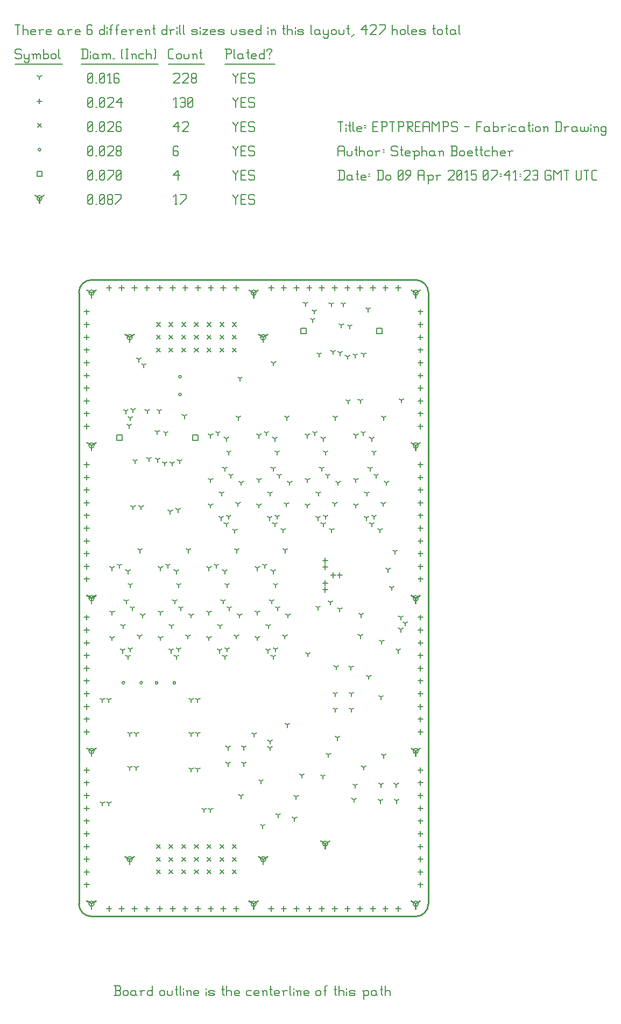
<source format=gbr>
G04 start of page 18 for group -3984 idx -3984 *
G04 Title: EPTPREAMPS, fab *
G04 Creator: pcb 1.99z *
G04 CreationDate: Do 09 Apr 2015 07:41:23 GMT UTC *
G04 For: stephan *
G04 Format: Gerber/RS-274X *
G04 PCB-Dimensions (mil): 2952.76 4724.41 *
G04 PCB-Coordinate-Origin: lower left *
%MOIN*%
%FSLAX25Y25*%
%LNFAB*%
%ADD261C,0.0100*%
%ADD260C,0.0060*%
%ADD259C,0.0001*%
%ADD258R,0.0080X0.0080*%
G54D258*X70866Y74803D02*Y71603D01*
G54D259*G36*
X70320Y74950D02*X73786Y76950D01*
X74186Y76257D01*
X70720Y74257D01*
X70320Y74950D01*
G37*
G36*
X71013Y74257D02*X67546Y76257D01*
X67946Y76950D01*
X71413Y74950D01*
X71013Y74257D01*
G37*
G54D258*X69266Y74803D02*G75*G03X72466Y74803I1600J0D01*G01*
G75*G03X69266Y74803I-1600J0D01*G01*
X153543D02*Y71603D01*
G54D259*G36*
X152997Y74950D02*X156463Y76950D01*
X156863Y76257D01*
X153397Y74257D01*
X152997Y74950D01*
G37*
G36*
X153690Y74257D02*X150224Y76257D01*
X150623Y76950D01*
X154090Y74950D01*
X153690Y74257D01*
G37*
G54D258*X151943Y74803D02*G75*G03X155143Y74803I1600J0D01*G01*
G75*G03X151943Y74803I-1600J0D01*G01*
X153543Y397638D02*Y394438D01*
G54D259*G36*
X152997Y397784D02*X156463Y399784D01*
X156863Y399091D01*
X153397Y397091D01*
X152997Y397784D01*
G37*
G36*
X153690Y397091D02*X150224Y399091D01*
X150623Y399784D01*
X154090Y397784D01*
X153690Y397091D01*
G37*
G54D258*X151943Y397638D02*G75*G03X155143Y397638I1600J0D01*G01*
G75*G03X151943Y397638I-1600J0D01*G01*
X70866D02*Y394438D01*
G54D259*G36*
X70320Y397784D02*X73786Y399784D01*
X74186Y399091D01*
X70720Y397091D01*
X70320Y397784D01*
G37*
G36*
X71013Y397091D02*X67546Y399091D01*
X67946Y399784D01*
X71413Y397784D01*
X71013Y397091D01*
G37*
G54D258*X69266Y397638D02*G75*G03X72466Y397638I1600J0D01*G01*
G75*G03X69266Y397638I-1600J0D01*G01*
X47244Y47245D02*Y44045D01*
G54D259*G36*
X46698Y47391D02*X50164Y49391D01*
X50564Y48698D01*
X47097Y46699D01*
X46698Y47391D01*
G37*
G36*
X47391Y46699D02*X43924Y48698D01*
X44324Y49391D01*
X47790Y47391D01*
X47391Y46699D01*
G37*
G54D258*X45644Y47245D02*G75*G03X48844Y47245I1600J0D01*G01*
G75*G03X45644Y47245I-1600J0D01*G01*
X47244Y141733D02*Y138533D01*
G54D259*G36*
X46698Y141880D02*X50164Y143879D01*
X50564Y143186D01*
X47097Y141187D01*
X46698Y141880D01*
G37*
G36*
X47391Y141187D02*X43924Y143186D01*
X44324Y143879D01*
X47790Y141880D01*
X47391Y141187D01*
G37*
G54D258*X45644Y141733D02*G75*G03X48844Y141733I1600J0D01*G01*
G75*G03X45644Y141733I-1600J0D01*G01*
X47244Y236221D02*Y233021D01*
G54D259*G36*
X46698Y236368D02*X50164Y238368D01*
X50564Y237675D01*
X47097Y235675D01*
X46698Y236368D01*
G37*
G36*
X47391Y235675D02*X43924Y237675D01*
X44324Y238368D01*
X47790Y236368D01*
X47391Y235675D01*
G37*
G54D258*X45644Y236221D02*G75*G03X48844Y236221I1600J0D01*G01*
G75*G03X45644Y236221I-1600J0D01*G01*
X47244Y330709D02*Y327509D01*
G54D259*G36*
X46698Y330856D02*X50164Y332856D01*
X50564Y332163D01*
X47097Y330163D01*
X46698Y330856D01*
G37*
G36*
X47391Y330163D02*X43924Y332163D01*
X44324Y332856D01*
X47790Y330856D01*
X47391Y330163D01*
G37*
G54D258*X45644Y330709D02*G75*G03X48844Y330709I1600J0D01*G01*
G75*G03X45644Y330709I-1600J0D01*G01*
X47244Y425198D02*Y421998D01*
G54D259*G36*
X46698Y425344D02*X50164Y427344D01*
X50564Y426651D01*
X47097Y424651D01*
X46698Y425344D01*
G37*
G36*
X47391Y424651D02*X43924Y426651D01*
X44324Y427344D01*
X47790Y425344D01*
X47391Y424651D01*
G37*
G54D258*X45644Y425198D02*G75*G03X48844Y425198I1600J0D01*G01*
G75*G03X45644Y425198I-1600J0D01*G01*
X248031Y47245D02*Y44045D01*
G54D259*G36*
X247485Y47391D02*X250951Y49391D01*
X251351Y48698D01*
X247885Y46699D01*
X247485Y47391D01*
G37*
G36*
X248178Y46699D02*X244712Y48698D01*
X245111Y49391D01*
X248578Y47391D01*
X248178Y46699D01*
G37*
G54D258*X246431Y47245D02*G75*G03X249631Y47245I1600J0D01*G01*
G75*G03X246431Y47245I-1600J0D01*G01*
X248031Y141733D02*Y138533D01*
G54D259*G36*
X247485Y141880D02*X250951Y143879D01*
X251351Y143186D01*
X247885Y141187D01*
X247485Y141880D01*
G37*
G36*
X248178Y141187D02*X244712Y143186D01*
X245111Y143879D01*
X248578Y141880D01*
X248178Y141187D01*
G37*
G54D258*X246431Y141733D02*G75*G03X249631Y141733I1600J0D01*G01*
G75*G03X246431Y141733I-1600J0D01*G01*
X248031Y236221D02*Y233021D01*
G54D259*G36*
X247485Y236368D02*X250951Y238368D01*
X251351Y237675D01*
X247885Y235675D01*
X247485Y236368D01*
G37*
G36*
X248178Y235675D02*X244712Y237675D01*
X245111Y238368D01*
X248578Y236368D01*
X248178Y235675D01*
G37*
G54D258*X246431Y236221D02*G75*G03X249631Y236221I1600J0D01*G01*
G75*G03X246431Y236221I-1600J0D01*G01*
X248031Y330709D02*Y327509D01*
G54D259*G36*
X247485Y330856D02*X250951Y332856D01*
X251351Y332163D01*
X247885Y330163D01*
X247485Y330856D01*
G37*
G36*
X248178Y330163D02*X244712Y332163D01*
X245111Y332856D01*
X248578Y330856D01*
X248178Y330163D01*
G37*
G54D258*X246431Y330709D02*G75*G03X249631Y330709I1600J0D01*G01*
G75*G03X246431Y330709I-1600J0D01*G01*
X248031Y425198D02*Y421998D01*
G54D259*G36*
X247485Y425344D02*X250951Y427344D01*
X251351Y426651D01*
X247885Y424651D01*
X247485Y425344D01*
G37*
G36*
X248178Y424651D02*X244712Y426651D01*
X245111Y427344D01*
X248578Y425344D01*
X248178Y424651D01*
G37*
G54D258*X246431Y425198D02*G75*G03X249631Y425198I1600J0D01*G01*
G75*G03X246431Y425198I-1600J0D01*G01*
X147638Y47245D02*Y44045D01*
G54D259*G36*
X147091Y47391D02*X150558Y49391D01*
X150957Y48698D01*
X147491Y46699D01*
X147091Y47391D01*
G37*
G36*
X147784Y46699D02*X144318Y48698D01*
X144718Y49391D01*
X148184Y47391D01*
X147784Y46699D01*
G37*
G54D258*X146038Y47245D02*G75*G03X149238Y47245I1600J0D01*G01*
G75*G03X146038Y47245I-1600J0D01*G01*
X147638Y425198D02*Y421998D01*
G54D259*G36*
X147091Y425344D02*X150558Y427344D01*
X150957Y426651D01*
X147491Y424651D01*
X147091Y425344D01*
G37*
G36*
X147784Y424651D02*X144318Y426651D01*
X144718Y427344D01*
X148184Y425344D01*
X147784Y424651D01*
G37*
G54D258*X146038Y425198D02*G75*G03X149238Y425198I1600J0D01*G01*
G75*G03X146038Y425198I-1600J0D01*G01*
X192000Y84441D02*Y81241D01*
G54D259*G36*
X191454Y84588D02*X194920Y86587D01*
X195320Y85894D01*
X191853Y83895D01*
X191454Y84588D01*
G37*
G36*
X192147Y83895D02*X188680Y85894D01*
X189080Y86587D01*
X192546Y84588D01*
X192147Y83895D01*
G37*
G54D258*X190400Y84441D02*G75*G03X193600Y84441I1600J0D01*G01*
G75*G03X190400Y84441I-1600J0D01*G01*
X15000Y483691D02*Y480491D01*
G54D259*G36*
X14454Y483838D02*X17920Y485837D01*
X18320Y485144D01*
X14853Y483145D01*
X14454Y483838D01*
G37*
G36*
X15147Y483145D02*X11680Y485144D01*
X12080Y485837D01*
X15546Y483838D01*
X15147Y483145D01*
G37*
G54D258*X13400Y483691D02*G75*G03X16600Y483691I1600J0D01*G01*
G75*G03X13400Y483691I-1600J0D01*G01*
G54D260*X135000Y485941D02*Y485191D01*
X136500Y483691D01*
X138000Y485191D01*
Y485941D02*Y485191D01*
X136500Y483691D02*Y479941D01*
X139800Y482941D02*X142050D01*
X139800Y479941D02*X142800D01*
X139800Y485941D02*Y479941D01*
Y485941D02*X142800D01*
X147600D02*X148350Y485191D01*
X145350Y485941D02*X147600D01*
X144600Y485191D02*X145350Y485941D01*
X144600Y485191D02*Y483691D01*
X145350Y482941D01*
X147600D01*
X148350Y482191D01*
Y480691D01*
X147600Y479941D02*X148350Y480691D01*
X145350Y479941D02*X147600D01*
X144600Y480691D02*X145350Y479941D01*
X98750D02*X100250D01*
X99500Y485941D02*Y479941D01*
X98000Y484441D02*X99500Y485941D01*
X102050Y479941D02*X105800Y483691D01*
Y485941D02*Y483691D01*
X102050Y485941D02*X105800D01*
X45000Y480691D02*X45750Y479941D01*
X45000Y485191D02*Y480691D01*
Y485191D02*X45750Y485941D01*
X47250D01*
X48000Y485191D01*
Y480691D01*
X47250Y479941D02*X48000Y480691D01*
X45750Y479941D02*X47250D01*
X45000Y481441D02*X48000Y484441D01*
X49800Y479941D02*X50550D01*
X52350Y480691D02*X53100Y479941D01*
X52350Y485191D02*Y480691D01*
Y485191D02*X53100Y485941D01*
X54600D01*
X55350Y485191D01*
Y480691D01*
X54600Y479941D02*X55350Y480691D01*
X53100Y479941D02*X54600D01*
X52350Y481441D02*X55350Y484441D01*
X57150Y480691D02*X57900Y479941D01*
X57150Y482191D02*Y480691D01*
Y482191D02*X57900Y482941D01*
X59400D01*
X60150Y482191D01*
Y480691D01*
X59400Y479941D02*X60150Y480691D01*
X57900Y479941D02*X59400D01*
X57150Y483691D02*X57900Y482941D01*
X57150Y485191D02*Y483691D01*
Y485191D02*X57900Y485941D01*
X59400D01*
X60150Y485191D01*
Y483691D01*
X59400Y482941D02*X60150Y483691D01*
X61950Y479941D02*X65700Y483691D01*
Y485941D02*Y483691D01*
X61950Y485941D02*X65700D01*
X62900Y337041D02*X66100D01*
X62900D02*Y333841D01*
X66100D01*
Y337041D02*Y333841D01*
X109900Y337041D02*X113100D01*
X109900D02*Y333841D01*
X113100D01*
Y337041D02*Y333841D01*
X176900Y403041D02*X180100D01*
X176900D02*Y399841D01*
X180100D01*
Y403041D02*Y399841D01*
X223900Y403041D02*X227100D01*
X223900D02*Y399841D01*
X227100D01*
Y403041D02*Y399841D01*
X13400Y500291D02*X16600D01*
X13400D02*Y497091D01*
X16600D01*
Y500291D02*Y497091D01*
X135000Y500941D02*Y500191D01*
X136500Y498691D01*
X138000Y500191D01*
Y500941D02*Y500191D01*
X136500Y498691D02*Y494941D01*
X139800Y497941D02*X142050D01*
X139800Y494941D02*X142800D01*
X139800Y500941D02*Y494941D01*
Y500941D02*X142800D01*
X147600D02*X148350Y500191D01*
X145350Y500941D02*X147600D01*
X144600Y500191D02*X145350Y500941D01*
X144600Y500191D02*Y498691D01*
X145350Y497941D01*
X147600D01*
X148350Y497191D01*
Y495691D01*
X147600Y494941D02*X148350Y495691D01*
X145350Y494941D02*X147600D01*
X144600Y495691D02*X145350Y494941D01*
X98000Y497941D02*X101000Y500941D01*
X98000Y497941D02*X101750D01*
X101000Y500941D02*Y494941D01*
X45000Y495691D02*X45750Y494941D01*
X45000Y500191D02*Y495691D01*
Y500191D02*X45750Y500941D01*
X47250D01*
X48000Y500191D01*
Y495691D01*
X47250Y494941D02*X48000Y495691D01*
X45750Y494941D02*X47250D01*
X45000Y496441D02*X48000Y499441D01*
X49800Y494941D02*X50550D01*
X52350Y495691D02*X53100Y494941D01*
X52350Y500191D02*Y495691D01*
Y500191D02*X53100Y500941D01*
X54600D01*
X55350Y500191D01*
Y495691D01*
X54600Y494941D02*X55350Y495691D01*
X53100Y494941D02*X54600D01*
X52350Y496441D02*X55350Y499441D01*
X57150Y494941D02*X60900Y498691D01*
Y500941D02*Y498691D01*
X57150Y500941D02*X60900D01*
X62700Y495691D02*X63450Y494941D01*
X62700Y500191D02*Y495691D01*
Y500191D02*X63450Y500941D01*
X64950D01*
X65700Y500191D01*
Y495691D01*
X64950Y494941D02*X65700Y495691D01*
X63450Y494941D02*X64950D01*
X62700Y496441D02*X65700Y499441D01*
X97700Y183941D02*G75*G03X99300Y183941I800J0D01*G01*
G75*G03X97700Y183941I-800J0D01*G01*
X86700D02*G75*G03X88300Y183941I800J0D01*G01*
G75*G03X86700Y183941I-800J0D01*G01*
X66200D02*G75*G03X67800Y183941I800J0D01*G01*
G75*G03X66200Y183941I-800J0D01*G01*
X77200D02*G75*G03X78800Y183941I800J0D01*G01*
G75*G03X77200Y183941I-800J0D01*G01*
X101200Y362191D02*G75*G03X102800Y362191I800J0D01*G01*
G75*G03X101200Y362191I-800J0D01*G01*
Y373191D02*G75*G03X102800Y373191I800J0D01*G01*
G75*G03X101200Y373191I-800J0D01*G01*
X14200Y513691D02*G75*G03X15800Y513691I800J0D01*G01*
G75*G03X14200Y513691I-800J0D01*G01*
X135000Y515941D02*Y515191D01*
X136500Y513691D01*
X138000Y515191D01*
Y515941D02*Y515191D01*
X136500Y513691D02*Y509941D01*
X139800Y512941D02*X142050D01*
X139800Y509941D02*X142800D01*
X139800Y515941D02*Y509941D01*
Y515941D02*X142800D01*
X147600D02*X148350Y515191D01*
X145350Y515941D02*X147600D01*
X144600Y515191D02*X145350Y515941D01*
X144600Y515191D02*Y513691D01*
X145350Y512941D01*
X147600D01*
X148350Y512191D01*
Y510691D01*
X147600Y509941D02*X148350Y510691D01*
X145350Y509941D02*X147600D01*
X144600Y510691D02*X145350Y509941D01*
X100250Y515941D02*X101000Y515191D01*
X98750Y515941D02*X100250D01*
X98000Y515191D02*X98750Y515941D01*
X98000Y515191D02*Y510691D01*
X98750Y509941D01*
X100250Y512941D02*X101000Y512191D01*
X98000Y512941D02*X100250D01*
X98750Y509941D02*X100250D01*
X101000Y510691D01*
Y512191D02*Y510691D01*
X45000D02*X45750Y509941D01*
X45000Y515191D02*Y510691D01*
Y515191D02*X45750Y515941D01*
X47250D01*
X48000Y515191D01*
Y510691D01*
X47250Y509941D02*X48000Y510691D01*
X45750Y509941D02*X47250D01*
X45000Y511441D02*X48000Y514441D01*
X49800Y509941D02*X50550D01*
X52350Y510691D02*X53100Y509941D01*
X52350Y515191D02*Y510691D01*
Y515191D02*X53100Y515941D01*
X54600D01*
X55350Y515191D01*
Y510691D01*
X54600Y509941D02*X55350Y510691D01*
X53100Y509941D02*X54600D01*
X52350Y511441D02*X55350Y514441D01*
X57150Y515191D02*X57900Y515941D01*
X60150D01*
X60900Y515191D01*
Y513691D01*
X57150Y509941D02*X60900Y513691D01*
X57150Y509941D02*X60900D01*
X62700Y510691D02*X63450Y509941D01*
X62700Y512191D02*Y510691D01*
Y512191D02*X63450Y512941D01*
X64950D01*
X65700Y512191D01*
Y510691D01*
X64950Y509941D02*X65700Y510691D01*
X63450Y509941D02*X64950D01*
X62700Y513691D02*X63450Y512941D01*
X62700Y515191D02*Y513691D01*
Y515191D02*X63450Y515941D01*
X64950D01*
X65700Y515191D01*
Y513691D01*
X64950Y512941D02*X65700Y513691D01*
X87383Y83877D02*X89783Y81477D01*
X87383D02*X89783Y83877D01*
X95257D02*X97657Y81477D01*
X95257D02*X97657Y83877D01*
X103131D02*X105531Y81477D01*
X103131D02*X105531Y83877D01*
X111005D02*X113405Y81477D01*
X111005D02*X113405Y83877D01*
X118879D02*X121279Y81477D01*
X118879D02*X121279Y83877D01*
X126753D02*X129153Y81477D01*
X126753D02*X129153Y83877D01*
X134627D02*X137027Y81477D01*
X134627D02*X137027Y83877D01*
X134627Y68129D02*X137027Y65729D01*
X134627D02*X137027Y68129D01*
X87383Y76003D02*X89783Y73603D01*
X87383D02*X89783Y76003D01*
X95257D02*X97657Y73603D01*
X95257D02*X97657Y76003D01*
X103131D02*X105531Y73603D01*
X103131D02*X105531Y76003D01*
X111005D02*X113405Y73603D01*
X111005D02*X113405Y76003D01*
X118879D02*X121279Y73603D01*
X118879D02*X121279Y76003D01*
X126753D02*X129153Y73603D01*
X126753D02*X129153Y76003D01*
X134627D02*X137027Y73603D01*
X134627D02*X137027Y76003D01*
X95257Y68129D02*X97657Y65729D01*
X95257D02*X97657Y68129D01*
X103131D02*X105531Y65729D01*
X103131D02*X105531Y68129D01*
X111005D02*X113405Y65729D01*
X111005D02*X113405Y68129D01*
X118879D02*X121279Y65729D01*
X118879D02*X121279Y68129D01*
X126753D02*X129153Y65729D01*
X126753D02*X129153Y68129D01*
X87383D02*X89783Y65729D01*
X87383D02*X89783Y68129D01*
X134627Y390964D02*X137027Y388564D01*
X134627D02*X137027Y390964D01*
X126753D02*X129153Y388564D01*
X126753D02*X129153Y390964D01*
X118879D02*X121279Y388564D01*
X118879D02*X121279Y390964D01*
X111005D02*X113405Y388564D01*
X111005D02*X113405Y390964D01*
X103131D02*X105531Y388564D01*
X103131D02*X105531Y390964D01*
X95257D02*X97657Y388564D01*
X95257D02*X97657Y390964D01*
X87383D02*X89783Y388564D01*
X87383D02*X89783Y390964D01*
X87383Y406712D02*X89783Y404312D01*
X87383D02*X89783Y406712D01*
X134627Y398838D02*X137027Y396438D01*
X134627D02*X137027Y398838D01*
X126753D02*X129153Y396438D01*
X126753D02*X129153Y398838D01*
X118879D02*X121279Y396438D01*
X118879D02*X121279Y398838D01*
X111005D02*X113405Y396438D01*
X111005D02*X113405Y398838D01*
X103131D02*X105531Y396438D01*
X103131D02*X105531Y398838D01*
X95257D02*X97657Y396438D01*
X95257D02*X97657Y398838D01*
X87383D02*X89783Y396438D01*
X87383D02*X89783Y398838D01*
X126753Y406712D02*X129153Y404312D01*
X126753D02*X129153Y406712D01*
X118879D02*X121279Y404312D01*
X118879D02*X121279Y406712D01*
X111005D02*X113405Y404312D01*
X111005D02*X113405Y406712D01*
X103131D02*X105531Y404312D01*
X103131D02*X105531Y406712D01*
X95257D02*X97657Y404312D01*
X95257D02*X97657Y406712D01*
X134627D02*X137027Y404312D01*
X134627D02*X137027Y406712D01*
X13800Y529891D02*X16200Y527491D01*
X13800D02*X16200Y529891D01*
X135000Y530941D02*Y530191D01*
X136500Y528691D01*
X138000Y530191D01*
Y530941D02*Y530191D01*
X136500Y528691D02*Y524941D01*
X139800Y527941D02*X142050D01*
X139800Y524941D02*X142800D01*
X139800Y530941D02*Y524941D01*
Y530941D02*X142800D01*
X147600D02*X148350Y530191D01*
X145350Y530941D02*X147600D01*
X144600Y530191D02*X145350Y530941D01*
X144600Y530191D02*Y528691D01*
X145350Y527941D01*
X147600D01*
X148350Y527191D01*
Y525691D01*
X147600Y524941D02*X148350Y525691D01*
X145350Y524941D02*X147600D01*
X144600Y525691D02*X145350Y524941D01*
X98000Y527941D02*X101000Y530941D01*
X98000Y527941D02*X101750D01*
X101000Y530941D02*Y524941D01*
X103550Y530191D02*X104300Y530941D01*
X106550D01*
X107300Y530191D01*
Y528691D01*
X103550Y524941D02*X107300Y528691D01*
X103550Y524941D02*X107300D01*
X45000Y525691D02*X45750Y524941D01*
X45000Y530191D02*Y525691D01*
Y530191D02*X45750Y530941D01*
X47250D01*
X48000Y530191D01*
Y525691D01*
X47250Y524941D02*X48000Y525691D01*
X45750Y524941D02*X47250D01*
X45000Y526441D02*X48000Y529441D01*
X49800Y524941D02*X50550D01*
X52350Y525691D02*X53100Y524941D01*
X52350Y530191D02*Y525691D01*
Y530191D02*X53100Y530941D01*
X54600D01*
X55350Y530191D01*
Y525691D01*
X54600Y524941D02*X55350Y525691D01*
X53100Y524941D02*X54600D01*
X52350Y526441D02*X55350Y529441D01*
X57150Y530191D02*X57900Y530941D01*
X60150D01*
X60900Y530191D01*
Y528691D01*
X57150Y524941D02*X60900Y528691D01*
X57150Y524941D02*X60900D01*
X64950Y530941D02*X65700Y530191D01*
X63450Y530941D02*X64950D01*
X62700Y530191D02*X63450Y530941D01*
X62700Y530191D02*Y525691D01*
X63450Y524941D01*
X64950Y527941D02*X65700Y527191D01*
X62700Y527941D02*X64950D01*
X63450Y524941D02*X64950D01*
X65700Y525691D01*
Y527191D02*Y525691D01*
X58071Y429750D02*Y426550D01*
X56471Y428150D02*X59671D01*
X65945Y429750D02*Y426550D01*
X64345Y428150D02*X67545D01*
X73819Y429750D02*Y426550D01*
X72219Y428150D02*X75419D01*
X81693Y429750D02*Y426550D01*
X80093Y428150D02*X83293D01*
X89567Y429750D02*Y426550D01*
X87967Y428150D02*X91167D01*
X97441Y429750D02*Y426550D01*
X95841Y428150D02*X99041D01*
X105315Y429750D02*Y426550D01*
X103715Y428150D02*X106915D01*
X113189Y429750D02*Y426550D01*
X111589Y428150D02*X114789D01*
X121063Y429750D02*Y426550D01*
X119463Y428150D02*X122663D01*
X128937Y429750D02*Y426550D01*
X127337Y428150D02*X130537D01*
X136811Y429750D02*Y426550D01*
X135211Y428150D02*X138411D01*
X158464Y429750D02*Y426550D01*
X156864Y428150D02*X160064D01*
X166339Y429750D02*Y426550D01*
X164739Y428150D02*X167939D01*
X174213Y429750D02*Y426550D01*
X172613Y428150D02*X175813D01*
X182087Y429750D02*Y426550D01*
X180487Y428150D02*X183687D01*
X189961Y429750D02*Y426550D01*
X188361Y428150D02*X191561D01*
X197835Y429750D02*Y426550D01*
X196235Y428150D02*X199435D01*
X205709Y429750D02*Y426550D01*
X204109Y428150D02*X207309D01*
X213583Y429750D02*Y426550D01*
X211983Y428150D02*X215183D01*
X221457Y429750D02*Y426550D01*
X219857Y428150D02*X223057D01*
X229331Y429750D02*Y426550D01*
X227731Y428150D02*X230931D01*
X237205Y429750D02*Y426550D01*
X235605Y428150D02*X238805D01*
X58071Y45892D02*Y42692D01*
X56471Y44292D02*X59671D01*
X65945Y45892D02*Y42692D01*
X64345Y44292D02*X67545D01*
X73819Y45892D02*Y42692D01*
X72219Y44292D02*X75419D01*
X81693Y45892D02*Y42692D01*
X80093Y44292D02*X83293D01*
X89567Y45892D02*Y42692D01*
X87967Y44292D02*X91167D01*
X97441Y45892D02*Y42692D01*
X95841Y44292D02*X99041D01*
X105315Y45892D02*Y42692D01*
X103715Y44292D02*X106915D01*
X113189Y45892D02*Y42692D01*
X111589Y44292D02*X114789D01*
X121063Y45892D02*Y42692D01*
X119463Y44292D02*X122663D01*
X128937Y45892D02*Y42692D01*
X127337Y44292D02*X130537D01*
X136811Y45892D02*Y42692D01*
X135211Y44292D02*X138411D01*
X158464Y45892D02*Y42692D01*
X156864Y44292D02*X160064D01*
X166339Y45892D02*Y42692D01*
X164739Y44292D02*X167939D01*
X174213Y45892D02*Y42692D01*
X172613Y44292D02*X175813D01*
X182087Y45892D02*Y42692D01*
X180487Y44292D02*X183687D01*
X189961Y45892D02*Y42692D01*
X188361Y44292D02*X191561D01*
X197835Y45892D02*Y42692D01*
X196235Y44292D02*X199435D01*
X205709Y45892D02*Y42692D01*
X204109Y44292D02*X207309D01*
X213583Y45892D02*Y42692D01*
X211983Y44292D02*X215183D01*
X221457Y45892D02*Y42692D01*
X219857Y44292D02*X223057D01*
X229331Y45892D02*Y42692D01*
X227731Y44292D02*X230931D01*
X237205Y45892D02*Y42692D01*
X235605Y44292D02*X238805D01*
X250984Y60656D02*Y57456D01*
X249384Y59056D02*X252584D01*
X250984Y68530D02*Y65330D01*
X249384Y66930D02*X252584D01*
X250984Y76404D02*Y73204D01*
X249384Y74804D02*X252584D01*
X250984Y84278D02*Y81078D01*
X249384Y82678D02*X252584D01*
X250984Y92152D02*Y88952D01*
X249384Y90552D02*X252584D01*
X250984Y100026D02*Y96826D01*
X249384Y98426D02*X252584D01*
X250984Y107900D02*Y104700D01*
X249384Y106300D02*X252584D01*
X250984Y115774D02*Y112574D01*
X249384Y114174D02*X252584D01*
X250984Y123648D02*Y120448D01*
X249384Y122048D02*X252584D01*
X250984Y131522D02*Y128322D01*
X249384Y129922D02*X252584D01*
X250984Y155144D02*Y151944D01*
X249384Y153544D02*X252584D01*
X250984Y163018D02*Y159818D01*
X249384Y161418D02*X252584D01*
X250984Y170892D02*Y167692D01*
X249384Y169292D02*X252584D01*
X250984Y178766D02*Y175566D01*
X249384Y177166D02*X252584D01*
X250984Y186640D02*Y183440D01*
X249384Y185040D02*X252584D01*
X250984Y194514D02*Y191314D01*
X249384Y192914D02*X252584D01*
X250984Y202388D02*Y199188D01*
X249384Y200788D02*X252584D01*
X250984Y210262D02*Y207062D01*
X249384Y208662D02*X252584D01*
X250984Y218136D02*Y214936D01*
X249384Y216536D02*X252584D01*
X250984Y226010D02*Y222810D01*
X249384Y224410D02*X252584D01*
X250984Y249632D02*Y246432D01*
X249384Y248032D02*X252584D01*
X250984Y257506D02*Y254306D01*
X249384Y255906D02*X252584D01*
X250984Y265380D02*Y262180D01*
X249384Y263780D02*X252584D01*
X250984Y273254D02*Y270054D01*
X249384Y271654D02*X252584D01*
X250984Y281128D02*Y277928D01*
X249384Y279528D02*X252584D01*
X250984Y289002D02*Y285802D01*
X249384Y287402D02*X252584D01*
X250984Y296876D02*Y293676D01*
X249384Y295276D02*X252584D01*
X250984Y304750D02*Y301550D01*
X249384Y303150D02*X252584D01*
X250984Y312624D02*Y309424D01*
X249384Y311024D02*X252584D01*
X250984Y320498D02*Y317298D01*
X249384Y318898D02*X252584D01*
X250984Y344120D02*Y340920D01*
X249384Y342520D02*X252584D01*
X250984Y351994D02*Y348794D01*
X249384Y350394D02*X252584D01*
X250984Y359869D02*Y356669D01*
X249384Y358269D02*X252584D01*
X250984Y367743D02*Y364543D01*
X249384Y366143D02*X252584D01*
X250984Y375617D02*Y372417D01*
X249384Y374017D02*X252584D01*
X250984Y383491D02*Y380291D01*
X249384Y381891D02*X252584D01*
X250984Y391365D02*Y388165D01*
X249384Y389765D02*X252584D01*
X250984Y399239D02*Y396039D01*
X249384Y397639D02*X252584D01*
X250984Y407113D02*Y403913D01*
X249384Y405513D02*X252584D01*
X250984Y414987D02*Y411787D01*
X249384Y413387D02*X252584D01*
X44291Y60656D02*Y57456D01*
X42691Y59056D02*X45891D01*
X44291Y68530D02*Y65330D01*
X42691Y66930D02*X45891D01*
X44291Y76404D02*Y73204D01*
X42691Y74804D02*X45891D01*
X44291Y84278D02*Y81078D01*
X42691Y82678D02*X45891D01*
X44291Y92152D02*Y88952D01*
X42691Y90552D02*X45891D01*
X44291Y100026D02*Y96826D01*
X42691Y98426D02*X45891D01*
X44291Y107900D02*Y104700D01*
X42691Y106300D02*X45891D01*
X44291Y115774D02*Y112574D01*
X42691Y114174D02*X45891D01*
X44291Y123648D02*Y120448D01*
X42691Y122048D02*X45891D01*
X44291Y131522D02*Y128322D01*
X42691Y129922D02*X45891D01*
X44291Y155144D02*Y151944D01*
X42691Y153544D02*X45891D01*
X44291Y163018D02*Y159818D01*
X42691Y161418D02*X45891D01*
X44291Y170892D02*Y167692D01*
X42691Y169292D02*X45891D01*
X44291Y178766D02*Y175566D01*
X42691Y177166D02*X45891D01*
X44291Y186640D02*Y183440D01*
X42691Y185040D02*X45891D01*
X44291Y194514D02*Y191314D01*
X42691Y192914D02*X45891D01*
X44291Y202388D02*Y199188D01*
X42691Y200788D02*X45891D01*
X44291Y210262D02*Y207062D01*
X42691Y208662D02*X45891D01*
X44291Y218136D02*Y214936D01*
X42691Y216536D02*X45891D01*
X44291Y226010D02*Y222810D01*
X42691Y224410D02*X45891D01*
X44291Y249632D02*Y246432D01*
X42691Y248032D02*X45891D01*
X44291Y257506D02*Y254306D01*
X42691Y255906D02*X45891D01*
X44291Y265380D02*Y262180D01*
X42691Y263780D02*X45891D01*
X44291Y273254D02*Y270054D01*
X42691Y271654D02*X45891D01*
X44291Y281128D02*Y277928D01*
X42691Y279528D02*X45891D01*
X44291Y289002D02*Y285802D01*
X42691Y287402D02*X45891D01*
X44291Y296876D02*Y293676D01*
X42691Y295276D02*X45891D01*
X44291Y304750D02*Y301550D01*
X42691Y303150D02*X45891D01*
X44291Y312624D02*Y309424D01*
X42691Y311024D02*X45891D01*
X44291Y320498D02*Y317298D01*
X42691Y318898D02*X45891D01*
X44291Y344120D02*Y340920D01*
X42691Y342520D02*X45891D01*
X44291Y351994D02*Y348794D01*
X42691Y350394D02*X45891D01*
X44291Y359869D02*Y356669D01*
X42691Y358269D02*X45891D01*
X44291Y367743D02*Y364543D01*
X42691Y366143D02*X45891D01*
X44291Y375617D02*Y372417D01*
X42691Y374017D02*X45891D01*
X44291Y383491D02*Y380291D01*
X42691Y381891D02*X45891D01*
X44291Y391365D02*Y388165D01*
X42691Y389765D02*X45891D01*
X44291Y399239D02*Y396039D01*
X42691Y397639D02*X45891D01*
X44291Y407113D02*Y403913D01*
X42691Y405513D02*X45891D01*
X44291Y414987D02*Y411787D01*
X42691Y413387D02*X45891D01*
X192000Y247041D02*Y243841D01*
X190400Y245441D02*X193600D01*
X197000Y252041D02*Y248841D01*
X195400Y250441D02*X198600D01*
X192000Y257041D02*Y253841D01*
X190400Y255441D02*X193600D01*
X201000Y252041D02*Y248841D01*
X199400Y250441D02*X202600D01*
X192000Y261041D02*Y257841D01*
X190400Y259441D02*X193600D01*
X192000Y243041D02*Y239841D01*
X190400Y241441D02*X193600D01*
X15000Y545291D02*Y542091D01*
X13400Y543691D02*X16600D01*
X135000Y545941D02*Y545191D01*
X136500Y543691D01*
X138000Y545191D01*
Y545941D02*Y545191D01*
X136500Y543691D02*Y539941D01*
X139800Y542941D02*X142050D01*
X139800Y539941D02*X142800D01*
X139800Y545941D02*Y539941D01*
Y545941D02*X142800D01*
X147600D02*X148350Y545191D01*
X145350Y545941D02*X147600D01*
X144600Y545191D02*X145350Y545941D01*
X144600Y545191D02*Y543691D01*
X145350Y542941D01*
X147600D01*
X148350Y542191D01*
Y540691D01*
X147600Y539941D02*X148350Y540691D01*
X145350Y539941D02*X147600D01*
X144600Y540691D02*X145350Y539941D01*
X98750D02*X100250D01*
X99500Y545941D02*Y539941D01*
X98000Y544441D02*X99500Y545941D01*
X102050Y545191D02*X102800Y545941D01*
X104300D01*
X105050Y545191D01*
Y540691D01*
X104300Y539941D02*X105050Y540691D01*
X102800Y539941D02*X104300D01*
X102050Y540691D02*X102800Y539941D01*
Y542941D02*X105050D01*
X106850Y540691D02*X107600Y539941D01*
X106850Y545191D02*Y540691D01*
Y545191D02*X107600Y545941D01*
X109100D01*
X109850Y545191D01*
Y540691D01*
X109100Y539941D02*X109850Y540691D01*
X107600Y539941D02*X109100D01*
X106850Y541441D02*X109850Y544441D01*
X45000Y540691D02*X45750Y539941D01*
X45000Y545191D02*Y540691D01*
Y545191D02*X45750Y545941D01*
X47250D01*
X48000Y545191D01*
Y540691D01*
X47250Y539941D02*X48000Y540691D01*
X45750Y539941D02*X47250D01*
X45000Y541441D02*X48000Y544441D01*
X49800Y539941D02*X50550D01*
X52350Y540691D02*X53100Y539941D01*
X52350Y545191D02*Y540691D01*
Y545191D02*X53100Y545941D01*
X54600D01*
X55350Y545191D01*
Y540691D01*
X54600Y539941D02*X55350Y540691D01*
X53100Y539941D02*X54600D01*
X52350Y541441D02*X55350Y544441D01*
X57150Y545191D02*X57900Y545941D01*
X60150D01*
X60900Y545191D01*
Y543691D01*
X57150Y539941D02*X60900Y543691D01*
X57150Y539941D02*X60900D01*
X62700Y542941D02*X65700Y545941D01*
X62700Y542941D02*X66450D01*
X65700Y545941D02*Y539941D01*
X220750Y282191D02*Y280591D01*
Y282191D02*X222137Y282991D01*
X220750Y282191D02*X219363Y282991D01*
X222250Y286691D02*Y285091D01*
Y286691D02*X223637Y287491D01*
X222250Y286691D02*X220863Y287491D01*
X211000Y309441D02*Y307841D01*
Y309441D02*X212387Y310241D01*
X211000Y309441D02*X209613Y310241D01*
X228250Y347941D02*Y346341D01*
Y347941D02*X229637Y348741D01*
X228250Y347941D02*X226863Y348741D01*
X217500Y285941D02*Y284341D01*
Y285941D02*X218887Y286741D01*
X217500Y285941D02*X216113Y286741D01*
X219750Y316441D02*Y314841D01*
Y316441D02*X221137Y317241D01*
X219750Y316441D02*X218363Y317241D01*
X222250Y326441D02*Y324841D01*
Y326441D02*X223637Y327241D01*
X222250Y326441D02*X220863Y327241D01*
X211000Y336941D02*Y335341D01*
Y336941D02*X212387Y337741D01*
X211000Y336941D02*X209613Y337741D01*
X230000Y307691D02*Y306091D01*
Y307691D02*X231387Y308491D01*
X230000Y307691D02*X228613Y308491D01*
X211000Y293691D02*Y292091D01*
Y293691D02*X212387Y294491D01*
X211000Y293691D02*X209613Y294491D01*
X217750Y301191D02*Y299591D01*
Y301191D02*X219137Y301991D01*
X217750Y301191D02*X216363Y301991D01*
X215500Y338441D02*Y336841D01*
Y338441D02*X216887Y339241D01*
X215500Y338441D02*X214113Y339241D01*
X220750Y334941D02*Y333341D01*
Y334941D02*X222137Y335741D01*
X220750Y334941D02*X219363Y335741D01*
X228000Y294691D02*Y293091D01*
Y294691D02*X229387Y295491D01*
X228000Y294691D02*X226613Y295491D01*
X223500Y312191D02*Y310591D01*
Y312191D02*X224887Y312991D01*
X223500Y312191D02*X222113Y312991D01*
X190750Y282191D02*Y280591D01*
Y282191D02*X192137Y282991D01*
X190750Y282191D02*X189363Y282991D01*
X192250Y286691D02*Y285091D01*
Y286691D02*X193637Y287491D01*
X192250Y286691D02*X190863Y287491D01*
X181000Y309441D02*Y307841D01*
Y309441D02*X182387Y310241D01*
X181000Y309441D02*X179613Y310241D01*
X198250Y347941D02*Y346341D01*
Y347941D02*X199637Y348741D01*
X198250Y347941D02*X196863Y348741D01*
X187500Y285941D02*Y284341D01*
Y285941D02*X188887Y286741D01*
X187500Y285941D02*X186113Y286741D01*
X189750Y316441D02*Y314841D01*
Y316441D02*X191137Y317241D01*
X189750Y316441D02*X188363Y317241D01*
X192250Y326441D02*Y324841D01*
Y326441D02*X193637Y327241D01*
X192250Y326441D02*X190863Y327241D01*
X181000Y336941D02*Y335341D01*
Y336941D02*X182387Y337741D01*
X181000Y336941D02*X179613Y337741D01*
X200000Y307691D02*Y306091D01*
Y307691D02*X201387Y308491D01*
X200000Y307691D02*X198613Y308491D01*
X181000Y293691D02*Y292091D01*
Y293691D02*X182387Y294491D01*
X181000Y293691D02*X179613Y294491D01*
X187750Y301191D02*Y299591D01*
Y301191D02*X189137Y301991D01*
X187750Y301191D02*X186363Y301991D01*
X185500Y338441D02*Y336841D01*
Y338441D02*X186887Y339241D01*
X185500Y338441D02*X184113Y339241D01*
X190750Y334941D02*Y333341D01*
Y334941D02*X192137Y335741D01*
X190750Y334941D02*X189363Y335741D01*
X198000Y294691D02*Y293091D01*
Y294691D02*X199387Y295491D01*
X198000Y294691D02*X196613Y295491D01*
X193500Y312191D02*Y310591D01*
Y312191D02*X194887Y312991D01*
X193500Y312191D02*X192113Y312991D01*
X160750Y282191D02*Y280591D01*
Y282191D02*X162137Y282991D01*
X160750Y282191D02*X159363Y282991D01*
X162250Y286691D02*Y285091D01*
Y286691D02*X163637Y287491D01*
X162250Y286691D02*X160863Y287491D01*
X151000Y309441D02*Y307841D01*
Y309441D02*X152387Y310241D01*
X151000Y309441D02*X149613Y310241D01*
X168250Y347941D02*Y346341D01*
Y347941D02*X169637Y348741D01*
X168250Y347941D02*X166863Y348741D01*
X157500Y285941D02*Y284341D01*
Y285941D02*X158887Y286741D01*
X157500Y285941D02*X156113Y286741D01*
X159750Y316441D02*Y314841D01*
Y316441D02*X161137Y317241D01*
X159750Y316441D02*X158363Y317241D01*
X162250Y326441D02*Y324841D01*
Y326441D02*X163637Y327241D01*
X162250Y326441D02*X160863Y327241D01*
X151000Y336941D02*Y335341D01*
Y336941D02*X152387Y337741D01*
X151000Y336941D02*X149613Y337741D01*
X170000Y307691D02*Y306091D01*
Y307691D02*X171387Y308491D01*
X170000Y307691D02*X168613Y308491D01*
X151000Y293691D02*Y292091D01*
Y293691D02*X152387Y294491D01*
X151000Y293691D02*X149613Y294491D01*
X157750Y301191D02*Y299591D01*
Y301191D02*X159137Y301991D01*
X157750Y301191D02*X156363Y301991D01*
X155500Y338441D02*Y336841D01*
Y338441D02*X156887Y339241D01*
X155500Y338441D02*X154113Y339241D01*
X160750Y334941D02*Y333341D01*
Y334941D02*X162137Y335741D01*
X160750Y334941D02*X159363Y335741D01*
X168000Y294441D02*Y292841D01*
Y294441D02*X169387Y295241D01*
X168000Y294441D02*X166613Y295241D01*
X163500Y312191D02*Y310591D01*
Y312191D02*X164887Y312991D01*
X163500Y312191D02*X162113Y312991D01*
X130750Y282191D02*Y280591D01*
Y282191D02*X132137Y282991D01*
X130750Y282191D02*X129363Y282991D01*
X132250Y286691D02*Y285091D01*
Y286691D02*X133637Y287491D01*
X132250Y286691D02*X130863Y287491D01*
X121000Y309441D02*Y307841D01*
Y309441D02*X122387Y310241D01*
X121000Y309441D02*X119613Y310241D01*
X138250Y347941D02*Y346341D01*
Y347941D02*X139637Y348741D01*
X138250Y347941D02*X136863Y348741D01*
X127500Y285941D02*Y284341D01*
Y285941D02*X128887Y286741D01*
X127500Y285941D02*X126113Y286741D01*
X129750Y316441D02*Y314841D01*
Y316441D02*X131137Y317241D01*
X129750Y316441D02*X128363Y317241D01*
X132250Y326441D02*Y324841D01*
Y326441D02*X133637Y327241D01*
X132250Y326441D02*X130863Y327241D01*
X121000Y336941D02*Y335341D01*
Y336941D02*X122387Y337741D01*
X121000Y336941D02*X119613Y337741D01*
X140000Y307691D02*Y306091D01*
Y307691D02*X141387Y308491D01*
X140000Y307691D02*X138613Y308491D01*
X121000Y293691D02*Y292091D01*
Y293691D02*X122387Y294491D01*
X121000Y293691D02*X119613Y294491D01*
X127750Y301191D02*Y299591D01*
Y301191D02*X129137Y301991D01*
X127750Y301191D02*X126363Y301991D01*
X125500Y338441D02*Y336841D01*
Y338441D02*X126887Y339241D01*
X125500Y338441D02*X124113Y339241D01*
X130750Y334941D02*Y333341D01*
Y334941D02*X132137Y335741D01*
X130750Y334941D02*X129363Y335741D01*
X138000Y294691D02*Y293091D01*
Y294691D02*X139387Y295491D01*
X138000Y294691D02*X136613Y295491D01*
X133500Y312191D02*Y310591D01*
Y312191D02*X134887Y312991D01*
X133500Y312191D02*X132113Y312991D01*
X228250Y138941D02*Y137341D01*
Y138941D02*X229637Y139741D01*
X228250Y138941D02*X226863Y139741D01*
X139750Y113941D02*Y112341D01*
Y113941D02*X141137Y114741D01*
X139750Y113941D02*X138363Y114741D01*
X157750Y147691D02*Y146091D01*
Y147691D02*X159137Y148491D01*
X157750Y147691D02*X156363Y148491D01*
X209750Y111691D02*Y110091D01*
Y111691D02*X211137Y112491D01*
X209750Y111691D02*X208363Y112491D01*
X153250Y95441D02*Y93841D01*
Y95441D02*X154637Y96241D01*
X153250Y95441D02*X151863Y96241D01*
X148000Y152191D02*Y150591D01*
Y152191D02*X149387Y152991D01*
X148000Y152191D02*X146613Y152991D01*
X168500Y157941D02*Y156341D01*
Y157941D02*X169887Y158741D01*
X168500Y157941D02*X167113Y158741D01*
X162750Y102191D02*Y100591D01*
Y102191D02*X164137Y102991D01*
X162750Y102191D02*X161363Y102991D01*
X152250Y123191D02*Y121591D01*
Y123191D02*X153637Y123991D01*
X152250Y123191D02*X150863Y123991D01*
X210500Y120441D02*Y118841D01*
Y120441D02*X211887Y121241D01*
X210500Y120441D02*X209113Y121241D01*
X215750Y131691D02*Y130091D01*
Y131691D02*X217137Y132491D01*
X215750Y131691D02*X214363Y132491D01*
X173000Y99941D02*Y98341D01*
Y99941D02*X174387Y100741D01*
X173000Y99941D02*X171613Y100741D01*
X226250Y110941D02*Y109341D01*
Y110941D02*X227637Y111741D01*
X226250Y110941D02*X224863Y111741D01*
X236000Y120941D02*Y119341D01*
Y120941D02*X237387Y121741D01*
X236000Y120941D02*X234613Y121741D01*
X226500Y120941D02*Y119341D01*
Y120941D02*X227887Y121741D01*
X226500Y120941D02*X225113Y121741D01*
X141500Y133941D02*Y132341D01*
Y133941D02*X142887Y134741D01*
X141500Y133941D02*X140113Y134741D01*
X131750Y143941D02*Y142341D01*
Y143941D02*X133137Y144741D01*
X131750Y143941D02*X130363Y144741D01*
X141500Y143941D02*Y142341D01*
Y143941D02*X142887Y144741D01*
X141500Y143941D02*X140113Y144741D01*
X194000Y139441D02*Y137841D01*
Y139441D02*X195387Y140241D01*
X194000Y139441D02*X192613Y140241D01*
X174000Y113441D02*Y111841D01*
Y113441D02*X175387Y114241D01*
X174000Y113441D02*X172613Y114241D01*
X190500Y126191D02*Y124591D01*
Y126191D02*X191887Y126991D01*
X190500Y126191D02*X189113Y126991D01*
X177500Y126691D02*Y125091D01*
Y126691D02*X178887Y127491D01*
X177500Y126691D02*X176113Y127491D01*
X199500Y149941D02*Y148341D01*
Y149941D02*X200887Y150741D01*
X199500Y149941D02*X198113Y150741D01*
X241500Y220691D02*Y219091D01*
Y220691D02*X242887Y221491D01*
X241500Y220691D02*X240113Y221491D01*
X237250Y203941D02*Y202341D01*
Y203941D02*X238637Y204741D01*
X237250Y203941D02*X235863Y204741D01*
X238750Y224441D02*Y222841D01*
Y224441D02*X240137Y225241D01*
X238750Y224441D02*X237363Y225241D01*
X181250Y201691D02*Y200091D01*
Y201691D02*X182637Y202491D01*
X181250Y201691D02*X179863Y202491D01*
X238750Y216941D02*Y215341D01*
Y216941D02*X240137Y217741D01*
X238750Y216941D02*X237363Y217741D01*
X195250Y233691D02*Y232091D01*
Y233691D02*X196637Y234491D01*
X195250Y233691D02*X193863Y234491D01*
X187500Y230441D02*Y228841D01*
Y230441D02*X188887Y231241D01*
X187500Y230441D02*X186113Y231241D01*
X214250Y225941D02*Y224341D01*
Y225941D02*X215637Y226741D01*
X214250Y225941D02*X212863Y226741D01*
X213750Y212941D02*Y211341D01*
Y212941D02*X215137Y213741D01*
X213750Y212941D02*X212363Y213741D01*
X201000Y229441D02*Y227841D01*
Y229441D02*X202387Y230241D01*
X201000Y229441D02*X199613Y230241D01*
X227000Y209441D02*Y207841D01*
Y209441D02*X228387Y210241D01*
X227000Y209441D02*X225613Y210241D01*
X208250Y167441D02*Y165841D01*
Y167441D02*X209637Y168241D01*
X208250Y167441D02*X206863Y168241D01*
X198250Y177191D02*Y175591D01*
Y177191D02*X199637Y177991D01*
X198250Y177191D02*X196863Y177991D01*
X198250Y167441D02*Y165841D01*
Y167441D02*X199637Y168241D01*
X198250Y167441D02*X196863Y168241D01*
X219000Y187691D02*Y186091D01*
Y187691D02*X220387Y188491D01*
X219000Y187691D02*X217613Y188491D01*
X208000Y193441D02*Y191841D01*
Y193441D02*X209387Y194241D01*
X208000Y193441D02*X206613Y194241D01*
X198750Y193691D02*Y192091D01*
Y193691D02*X200137Y194491D01*
X198750Y193691D02*X197363Y194491D01*
X226500Y175191D02*Y173591D01*
Y175191D02*X227887Y175991D01*
X226500Y175191D02*X225113Y175991D01*
X72500Y230191D02*Y228591D01*
Y230191D02*X73887Y230991D01*
X72500Y230191D02*X71113Y230991D01*
X77000Y212691D02*Y211091D01*
Y212691D02*X78387Y213491D01*
X77000Y212691D02*X75613Y213491D01*
X69750Y252941D02*Y251341D01*
Y252941D02*X71137Y253741D01*
X69750Y252941D02*X68363Y253741D01*
X64500Y256441D02*Y254841D01*
Y256441D02*X65887Y257241D01*
X64500Y256441D02*X63113Y257241D01*
X66750Y219191D02*Y217591D01*
Y219191D02*X68137Y219991D01*
X66750Y219191D02*X65363Y219991D01*
X60000Y211691D02*Y210091D01*
Y211691D02*X61387Y212491D01*
X60000Y211691D02*X58613Y212491D01*
X79000Y225691D02*Y224091D01*
Y225691D02*X80387Y226491D01*
X79000Y225691D02*X77613Y226491D01*
X60000Y254941D02*Y253341D01*
Y254941D02*X61387Y255741D01*
X60000Y254941D02*X58613Y255741D01*
X71250Y244441D02*Y242841D01*
Y244441D02*X72637Y245241D01*
X71250Y244441D02*X69863Y245241D01*
X68750Y234441D02*Y232841D01*
Y234441D02*X70137Y235241D01*
X68750Y234441D02*X67363Y235241D01*
X66500Y203941D02*Y202341D01*
Y203941D02*X67887Y204741D01*
X66500Y203941D02*X65113Y204741D01*
X77250Y265941D02*Y264341D01*
Y265941D02*X78637Y266741D01*
X77250Y265941D02*X75863Y266741D01*
X60000Y227441D02*Y225841D01*
Y227441D02*X61387Y228241D01*
X60000Y227441D02*X58613Y228241D01*
X71250Y204691D02*Y203091D01*
Y204691D02*X72637Y205491D01*
X71250Y204691D02*X69863Y205491D01*
X69750Y200191D02*Y198591D01*
Y200191D02*X71137Y200991D01*
X69750Y200191D02*X68363Y200991D01*
X102500Y230191D02*Y228591D01*
Y230191D02*X103887Y230991D01*
X102500Y230191D02*X101113Y230991D01*
X107000Y212691D02*Y211091D01*
Y212691D02*X108387Y213491D01*
X107000Y212691D02*X105613Y213491D01*
X99750Y252941D02*Y251341D01*
Y252941D02*X101137Y253741D01*
X99750Y252941D02*X98363Y253741D01*
X94500Y256441D02*Y254841D01*
Y256441D02*X95887Y257241D01*
X94500Y256441D02*X93113Y257241D01*
X96750Y219191D02*Y217591D01*
Y219191D02*X98137Y219991D01*
X96750Y219191D02*X95363Y219991D01*
X90000Y211691D02*Y210091D01*
Y211691D02*X91387Y212491D01*
X90000Y211691D02*X88613Y212491D01*
X109000Y225691D02*Y224091D01*
Y225691D02*X110387Y226491D01*
X109000Y225691D02*X107613Y226491D01*
X90000Y254941D02*Y253341D01*
Y254941D02*X91387Y255741D01*
X90000Y254941D02*X88613Y255741D01*
X101250Y244441D02*Y242841D01*
Y244441D02*X102637Y245241D01*
X101250Y244441D02*X99863Y245241D01*
X98750Y234441D02*Y232841D01*
Y234441D02*X100137Y235241D01*
X98750Y234441D02*X97363Y235241D01*
X96500Y203941D02*Y202341D01*
Y203941D02*X97887Y204741D01*
X96500Y203941D02*X95113Y204741D01*
X107250Y265941D02*Y264341D01*
Y265941D02*X108637Y266741D01*
X107250Y265941D02*X105863Y266741D01*
X90000Y227441D02*Y225841D01*
Y227441D02*X91387Y228241D01*
X90000Y227441D02*X88613Y228241D01*
X101250Y204691D02*Y203091D01*
Y204691D02*X102637Y205491D01*
X101250Y204691D02*X99863Y205491D01*
X99750Y200191D02*Y198591D01*
Y200191D02*X101137Y200991D01*
X99750Y200191D02*X98363Y200991D01*
X132500Y230191D02*Y228591D01*
Y230191D02*X133887Y230991D01*
X132500Y230191D02*X131113Y230991D01*
X137000Y212691D02*Y211091D01*
Y212691D02*X138387Y213491D01*
X137000Y212691D02*X135613Y213491D01*
X129750Y252941D02*Y251341D01*
Y252941D02*X131137Y253741D01*
X129750Y252941D02*X128363Y253741D01*
X124500Y256441D02*Y254841D01*
Y256441D02*X125887Y257241D01*
X124500Y256441D02*X123113Y257241D01*
X126750Y219191D02*Y217591D01*
Y219191D02*X128137Y219991D01*
X126750Y219191D02*X125363Y219991D01*
X120000Y211691D02*Y210091D01*
Y211691D02*X121387Y212491D01*
X120000Y211691D02*X118613Y212491D01*
X139000Y225691D02*Y224091D01*
Y225691D02*X140387Y226491D01*
X139000Y225691D02*X137613Y226491D01*
X120000Y254941D02*Y253341D01*
Y254941D02*X121387Y255741D01*
X120000Y254941D02*X118613Y255741D01*
X131250Y244441D02*Y242841D01*
Y244441D02*X132637Y245241D01*
X131250Y244441D02*X129863Y245241D01*
X128750Y234441D02*Y232841D01*
Y234441D02*X130137Y235241D01*
X128750Y234441D02*X127363Y235241D01*
X126500Y203941D02*Y202341D01*
Y203941D02*X127887Y204741D01*
X126500Y203941D02*X125113Y204741D01*
X137250Y265941D02*Y264341D01*
Y265941D02*X138637Y266741D01*
X137250Y265941D02*X135863Y266741D01*
X120000Y227441D02*Y225841D01*
Y227441D02*X121387Y228241D01*
X120000Y227441D02*X118613Y228241D01*
X131250Y204691D02*Y203091D01*
Y204691D02*X132637Y205491D01*
X131250Y204691D02*X129863Y205491D01*
X129750Y200191D02*Y198591D01*
Y200191D02*X131137Y200991D01*
X129750Y200191D02*X128363Y200991D01*
X162500Y230191D02*Y228591D01*
Y230191D02*X163887Y230991D01*
X162500Y230191D02*X161113Y230991D01*
X167000Y212691D02*Y211091D01*
Y212691D02*X168387Y213491D01*
X167000Y212691D02*X165613Y213491D01*
X159750Y252941D02*Y251341D01*
Y252941D02*X161137Y253741D01*
X159750Y252941D02*X158363Y253741D01*
X154500Y256441D02*Y254841D01*
Y256441D02*X155887Y257241D01*
X154500Y256441D02*X153113Y257241D01*
X156750Y219191D02*Y217591D01*
Y219191D02*X158137Y219991D01*
X156750Y219191D02*X155363Y219991D01*
X150000Y211691D02*Y210091D01*
Y211691D02*X151387Y212491D01*
X150000Y211691D02*X148613Y212491D01*
X169000Y225691D02*Y224091D01*
Y225691D02*X170387Y226491D01*
X169000Y225691D02*X167613Y226491D01*
X150000Y254941D02*Y253341D01*
Y254941D02*X151387Y255741D01*
X150000Y254941D02*X148613Y255741D01*
X161250Y244441D02*Y242841D01*
Y244441D02*X162637Y245241D01*
X161250Y244441D02*X159863Y245241D01*
X158750Y234441D02*Y232841D01*
Y234441D02*X160137Y235241D01*
X158750Y234441D02*X157363Y235241D01*
X156500Y203941D02*Y202341D01*
Y203941D02*X157887Y204741D01*
X156500Y203941D02*X155113Y204741D01*
X167250Y265941D02*Y264341D01*
Y265941D02*X168637Y266741D01*
X167250Y265941D02*X165863Y266741D01*
X150000Y227441D02*Y225841D01*
Y227441D02*X151387Y228241D01*
X150000Y227441D02*X148613Y228241D01*
X161250Y204691D02*Y203091D01*
Y204691D02*X162637Y205491D01*
X161250Y204691D02*X159863Y205491D01*
X159750Y200191D02*Y198591D01*
Y200191D02*X161137Y200991D01*
X159750Y200191D02*X158363Y200991D01*
X226000Y278441D02*Y276841D01*
Y278441D02*X227387Y279241D01*
X226000Y278441D02*X224613Y279241D01*
X196000Y278441D02*Y276841D01*
Y278441D02*X197387Y279241D01*
X196000Y278441D02*X194613Y279241D01*
X166000Y278441D02*Y276841D01*
Y278441D02*X167387Y279241D01*
X166000Y278441D02*X164613Y279241D01*
X136000Y278191D02*Y276591D01*
Y278191D02*X137387Y278991D01*
X136000Y278191D02*X134613Y278991D01*
X74250Y321191D02*Y319591D01*
Y321191D02*X75637Y321991D01*
X74250Y321191D02*X72863Y321991D01*
X101750Y321191D02*Y319591D01*
Y321191D02*X103137Y321991D01*
X101750Y321191D02*X100363Y321991D01*
X121000Y105441D02*Y103841D01*
Y105441D02*X122387Y106241D01*
X121000Y105441D02*X119613Y106241D01*
X117000Y105441D02*Y103841D01*
Y105441D02*X118387Y106241D01*
X117000Y105441D02*X115613Y106241D01*
X113000Y173441D02*Y171841D01*
Y173441D02*X114387Y174241D01*
X113000Y173441D02*X111613Y174241D01*
X109000Y173441D02*Y171841D01*
Y173441D02*X110387Y174241D01*
X109000Y173441D02*X107613Y174241D01*
X71000Y152441D02*Y150841D01*
Y152441D02*X72387Y153241D01*
X71000Y152441D02*X69613Y153241D01*
X75000Y152441D02*Y150841D01*
Y152441D02*X76387Y153241D01*
X75000Y152441D02*X73613Y153241D01*
X71000Y131441D02*Y129841D01*
Y131441D02*X72387Y132241D01*
X71000Y131441D02*X69613Y132241D01*
X75000Y131441D02*Y129841D01*
Y131441D02*X76387Y132241D01*
X75000Y131441D02*X73613Y132241D01*
X58000Y173441D02*Y171841D01*
Y173441D02*X59387Y174241D01*
X58000Y173441D02*X56613Y174241D01*
X54000Y173441D02*Y171841D01*
Y173441D02*X55387Y174241D01*
X54000Y173441D02*X52613Y174241D01*
X58000Y109441D02*Y107841D01*
Y109441D02*X59387Y110241D01*
X58000Y109441D02*X56613Y110241D01*
X54000Y109441D02*Y107841D01*
Y109441D02*X55387Y110241D01*
X54000Y109441D02*X52613Y110241D01*
X113000Y152441D02*Y150841D01*
Y152441D02*X114387Y153241D01*
X113000Y152441D02*X111613Y153241D01*
X109000Y152441D02*Y150841D01*
Y152441D02*X110387Y153241D01*
X109000Y152441D02*X107613Y153241D01*
X113000Y130441D02*Y128841D01*
Y130441D02*X114387Y131241D01*
X113000Y130441D02*X111613Y131241D01*
X109000Y130441D02*Y128841D01*
Y130441D02*X110387Y131241D01*
X109000Y130441D02*X107613Y131241D01*
X231000Y253941D02*Y252341D01*
Y253941D02*X232387Y254741D01*
X231000Y253941D02*X229613Y254741D01*
X233250Y242691D02*Y241091D01*
Y242691D02*X234637Y243491D01*
X233250Y242691D02*X231863Y243491D01*
X239250Y358691D02*Y357091D01*
Y358691D02*X240637Y359491D01*
X239250Y358691D02*X237863Y359491D01*
X235250Y265191D02*Y263591D01*
Y265191D02*X236637Y265991D01*
X235250Y265191D02*X233863Y265991D01*
X218500Y414941D02*Y413341D01*
Y414941D02*X219887Y415741D01*
X218500Y414941D02*X217113Y415741D01*
X203250Y418191D02*Y416591D01*
Y418191D02*X204637Y418991D01*
X203250Y418191D02*X201863Y418991D01*
X207250Y404441D02*Y402841D01*
Y404441D02*X208637Y405241D01*
X207250Y404441D02*X205863Y405241D01*
X195750Y418191D02*Y416591D01*
Y418191D02*X197137Y418991D01*
X195750Y418191D02*X194363Y418991D01*
X196750Y388691D02*Y387091D01*
Y388691D02*X198137Y389491D01*
X196750Y388691D02*X195363Y389491D01*
X188250Y387191D02*Y385591D01*
Y387191D02*X189637Y387991D01*
X188250Y387191D02*X186863Y387991D01*
X215750Y387191D02*Y385591D01*
Y387191D02*X217137Y387991D01*
X215750Y387191D02*X214363Y387991D01*
X184250Y408441D02*Y406841D01*
Y408441D02*X185637Y409241D01*
X184250Y408441D02*X182863Y409241D01*
X185250Y413691D02*Y412091D01*
Y413691D02*X186637Y414491D01*
X185250Y413691D02*X183863Y414491D01*
X179750Y418441D02*Y416841D01*
Y418441D02*X181137Y419241D01*
X179750Y418441D02*X178363Y419241D01*
X201250Y387941D02*Y386341D01*
Y387941D02*X202637Y388741D01*
X201250Y387941D02*X199863Y388741D01*
X210500Y386441D02*Y384841D01*
Y386441D02*X211887Y387241D01*
X210500Y386441D02*X209113Y387241D01*
X202000Y405191D02*Y403591D01*
Y405191D02*X203387Y405991D01*
X202000Y405191D02*X200613Y405991D01*
X104750Y348941D02*Y347341D01*
Y348941D02*X106137Y349741D01*
X104750Y348941D02*X103363Y349741D01*
X89250Y352191D02*Y350591D01*
Y352191D02*X90637Y352991D01*
X89250Y352191D02*X87863Y352991D01*
X93250Y338441D02*Y336841D01*
Y338441D02*X94637Y339241D01*
X93250Y338441D02*X91863Y339241D01*
X81750Y352191D02*Y350591D01*
Y352191D02*X83137Y352991D01*
X81750Y352191D02*X80363Y352991D01*
X82750Y322441D02*Y320841D01*
Y322441D02*X84137Y323241D01*
X82750Y322441D02*X81363Y323241D01*
X70500Y342941D02*Y341341D01*
Y342941D02*X71887Y343741D01*
X70500Y342941D02*X69113Y343741D01*
X71250Y347691D02*Y346091D01*
Y347691D02*X72637Y348491D01*
X71250Y347691D02*X69863Y348491D01*
X88250Y321941D02*Y320341D01*
Y321941D02*X89637Y322741D01*
X88250Y321941D02*X86863Y322741D01*
X97250Y319691D02*Y318091D01*
Y319691D02*X98637Y320491D01*
X97250Y319691D02*X95863Y320491D01*
X88000Y339191D02*Y337591D01*
Y339191D02*X89387Y339991D01*
X88000Y339191D02*X86613Y339991D01*
X73000Y352691D02*Y351091D01*
Y352691D02*X74387Y353491D01*
X73000Y352691D02*X71613Y353491D01*
X73000Y292691D02*Y291091D01*
Y292691D02*X74387Y293491D01*
X73000Y292691D02*X71613Y293491D01*
X78000Y292691D02*Y291091D01*
Y292691D02*X79387Y293491D01*
X78000Y292691D02*X76613Y293491D01*
X68500Y351941D02*Y350341D01*
Y351941D02*X69887Y352741D01*
X68500Y351941D02*X67113Y352741D01*
X92500Y319691D02*Y318091D01*
Y319691D02*X93887Y320491D01*
X92500Y319691D02*X91113Y320491D01*
X96000Y289941D02*Y288341D01*
Y289941D02*X97387Y290741D01*
X96000Y289941D02*X94613Y290741D01*
X100750Y290941D02*Y289341D01*
Y290941D02*X102137Y291741D01*
X100750Y290941D02*X99363Y291741D01*
X206250Y358191D02*Y356591D01*
Y358191D02*X207637Y358991D01*
X206250Y358191D02*X204863Y358991D01*
X205750Y385691D02*Y384091D01*
Y385691D02*X207137Y386491D01*
X205750Y385691D02*X204363Y386491D01*
X213750Y358441D02*Y356841D01*
Y358441D02*X215137Y359241D01*
X213750Y358441D02*X212363Y359241D01*
X208250Y177191D02*Y175591D01*
Y177191D02*X209637Y177991D01*
X208250Y177191D02*X206863Y177991D01*
X131750Y133941D02*Y132341D01*
Y133941D02*X133137Y134741D01*
X131750Y133941D02*X130363Y134741D01*
X236250Y110941D02*Y109341D01*
Y110941D02*X237637Y111741D01*
X236250Y110941D02*X234863Y111741D01*
X160000Y381691D02*Y380091D01*
Y381691D02*X161387Y382491D01*
X160000Y381691D02*X158613Y382491D01*
X157750Y143691D02*Y142091D01*
Y143691D02*X159137Y144491D01*
X157750Y143691D02*X156363Y144491D01*
X139250Y372191D02*Y370591D01*
Y372191D02*X140637Y372991D01*
X139250Y372191D02*X137863Y372991D01*
X76500Y383941D02*Y382341D01*
Y383941D02*X77887Y384741D01*
X76500Y383941D02*X75113Y384741D01*
X79500Y380441D02*Y378841D01*
Y380441D02*X80887Y381241D01*
X79500Y380441D02*X78113Y381241D01*
X15000Y558691D02*Y557091D01*
Y558691D02*X16387Y559491D01*
X15000Y558691D02*X13613Y559491D01*
X135000Y560941D02*Y560191D01*
X136500Y558691D01*
X138000Y560191D01*
Y560941D02*Y560191D01*
X136500Y558691D02*Y554941D01*
X139800Y557941D02*X142050D01*
X139800Y554941D02*X142800D01*
X139800Y560941D02*Y554941D01*
Y560941D02*X142800D01*
X147600D02*X148350Y560191D01*
X145350Y560941D02*X147600D01*
X144600Y560191D02*X145350Y560941D01*
X144600Y560191D02*Y558691D01*
X145350Y557941D01*
X147600D01*
X148350Y557191D01*
Y555691D01*
X147600Y554941D02*X148350Y555691D01*
X145350Y554941D02*X147600D01*
X144600Y555691D02*X145350Y554941D01*
X98000Y560191D02*X98750Y560941D01*
X101000D01*
X101750Y560191D01*
Y558691D01*
X98000Y554941D02*X101750Y558691D01*
X98000Y554941D02*X101750D01*
X103550Y560191D02*X104300Y560941D01*
X106550D01*
X107300Y560191D01*
Y558691D01*
X103550Y554941D02*X107300Y558691D01*
X103550Y554941D02*X107300D01*
X109100Y555691D02*X109850Y554941D01*
X109100Y557191D02*Y555691D01*
Y557191D02*X109850Y557941D01*
X111350D01*
X112100Y557191D01*
Y555691D01*
X111350Y554941D02*X112100Y555691D01*
X109850Y554941D02*X111350D01*
X109100Y558691D02*X109850Y557941D01*
X109100Y560191D02*Y558691D01*
Y560191D02*X109850Y560941D01*
X111350D01*
X112100Y560191D01*
Y558691D01*
X111350Y557941D02*X112100Y558691D01*
X45000Y555691D02*X45750Y554941D01*
X45000Y560191D02*Y555691D01*
Y560191D02*X45750Y560941D01*
X47250D01*
X48000Y560191D01*
Y555691D01*
X47250Y554941D02*X48000Y555691D01*
X45750Y554941D02*X47250D01*
X45000Y556441D02*X48000Y559441D01*
X49800Y554941D02*X50550D01*
X52350Y555691D02*X53100Y554941D01*
X52350Y560191D02*Y555691D01*
Y560191D02*X53100Y560941D01*
X54600D01*
X55350Y560191D01*
Y555691D01*
X54600Y554941D02*X55350Y555691D01*
X53100Y554941D02*X54600D01*
X52350Y556441D02*X55350Y559441D01*
X57900Y554941D02*X59400D01*
X58650Y560941D02*Y554941D01*
X57150Y559441D02*X58650Y560941D01*
X63450D02*X64200Y560191D01*
X61950Y560941D02*X63450D01*
X61200Y560191D02*X61950Y560941D01*
X61200Y560191D02*Y555691D01*
X61950Y554941D01*
X63450Y557941D02*X64200Y557191D01*
X61200Y557941D02*X63450D01*
X61950Y554941D02*X63450D01*
X64200Y555691D01*
Y557191D02*Y555691D01*
X3000Y575941D02*X3750Y575191D01*
X750Y575941D02*X3000D01*
X0Y575191D02*X750Y575941D01*
X0Y575191D02*Y573691D01*
X750Y572941D01*
X3000D01*
X3750Y572191D01*
Y570691D01*
X3000Y569941D02*X3750Y570691D01*
X750Y569941D02*X3000D01*
X0Y570691D02*X750Y569941D01*
X5550Y572941D02*Y570691D01*
X6300Y569941D01*
X8550Y572941D02*Y568441D01*
X7800Y567691D02*X8550Y568441D01*
X6300Y567691D02*X7800D01*
X5550Y568441D02*X6300Y567691D01*
Y569941D02*X7800D01*
X8550Y570691D01*
X11100Y572191D02*Y569941D01*
Y572191D02*X11850Y572941D01*
X12600D01*
X13350Y572191D01*
Y569941D01*
Y572191D02*X14100Y572941D01*
X14850D01*
X15600Y572191D01*
Y569941D01*
X10350Y572941D02*X11100Y572191D01*
X17400Y575941D02*Y569941D01*
Y570691D02*X18150Y569941D01*
X19650D01*
X20400Y570691D01*
Y572191D02*Y570691D01*
X19650Y572941D02*X20400Y572191D01*
X18150Y572941D02*X19650D01*
X17400Y572191D02*X18150Y572941D01*
X22200Y572191D02*Y570691D01*
Y572191D02*X22950Y572941D01*
X24450D01*
X25200Y572191D01*
Y570691D01*
X24450Y569941D02*X25200Y570691D01*
X22950Y569941D02*X24450D01*
X22200Y570691D02*X22950Y569941D01*
X27000Y575941D02*Y570691D01*
X27750Y569941D01*
X0Y566691D02*X29250D01*
X41750Y575941D02*Y569941D01*
X44000Y575941D02*X44750Y575191D01*
Y570691D01*
X44000Y569941D02*X44750Y570691D01*
X41000Y569941D02*X44000D01*
X41000Y575941D02*X44000D01*
X46550Y574441D02*Y573691D01*
Y572191D02*Y569941D01*
X50300Y572941D02*X51050Y572191D01*
X48800Y572941D02*X50300D01*
X48050Y572191D02*X48800Y572941D01*
X48050Y572191D02*Y570691D01*
X48800Y569941D01*
X51050Y572941D02*Y570691D01*
X51800Y569941D01*
X48800D02*X50300D01*
X51050Y570691D01*
X54350Y572191D02*Y569941D01*
Y572191D02*X55100Y572941D01*
X55850D01*
X56600Y572191D01*
Y569941D01*
Y572191D02*X57350Y572941D01*
X58100D01*
X58850Y572191D01*
Y569941D01*
X53600Y572941D02*X54350Y572191D01*
X60650Y569941D02*X61400D01*
X65900Y570691D02*X66650Y569941D01*
X65900Y575191D02*X66650Y575941D01*
X65900Y575191D02*Y570691D01*
X68450Y575941D02*X69950D01*
X69200D02*Y569941D01*
X68450D02*X69950D01*
X72500Y572191D02*Y569941D01*
Y572191D02*X73250Y572941D01*
X74000D01*
X74750Y572191D01*
Y569941D01*
X71750Y572941D02*X72500Y572191D01*
X77300Y572941D02*X79550D01*
X76550Y572191D02*X77300Y572941D01*
X76550Y572191D02*Y570691D01*
X77300Y569941D01*
X79550D01*
X81350Y575941D02*Y569941D01*
Y572191D02*X82100Y572941D01*
X83600D01*
X84350Y572191D01*
Y569941D01*
X86150Y575941D02*X86900Y575191D01*
Y570691D01*
X86150Y569941D02*X86900Y570691D01*
X41000Y566691D02*X88700D01*
X95750Y569941D02*X98000D01*
X95000Y570691D02*X95750Y569941D01*
X95000Y575191D02*Y570691D01*
Y575191D02*X95750Y575941D01*
X98000D01*
X99800Y572191D02*Y570691D01*
Y572191D02*X100550Y572941D01*
X102050D01*
X102800Y572191D01*
Y570691D01*
X102050Y569941D02*X102800Y570691D01*
X100550Y569941D02*X102050D01*
X99800Y570691D02*X100550Y569941D01*
X104600Y572941D02*Y570691D01*
X105350Y569941D01*
X106850D01*
X107600Y570691D01*
Y572941D02*Y570691D01*
X110150Y572191D02*Y569941D01*
Y572191D02*X110900Y572941D01*
X111650D01*
X112400Y572191D01*
Y569941D01*
X109400Y572941D02*X110150Y572191D01*
X114950Y575941D02*Y570691D01*
X115700Y569941D01*
X114200Y573691D02*X115700D01*
X95000Y566691D02*X117200D01*
X130750Y575941D02*Y569941D01*
X130000Y575941D02*X133000D01*
X133750Y575191D01*
Y573691D01*
X133000Y572941D02*X133750Y573691D01*
X130750Y572941D02*X133000D01*
X135550Y575941D02*Y570691D01*
X136300Y569941D01*
X140050Y572941D02*X140800Y572191D01*
X138550Y572941D02*X140050D01*
X137800Y572191D02*X138550Y572941D01*
X137800Y572191D02*Y570691D01*
X138550Y569941D01*
X140800Y572941D02*Y570691D01*
X141550Y569941D01*
X138550D02*X140050D01*
X140800Y570691D01*
X144100Y575941D02*Y570691D01*
X144850Y569941D01*
X143350Y573691D02*X144850D01*
X147100Y569941D02*X149350D01*
X146350Y570691D02*X147100Y569941D01*
X146350Y572191D02*Y570691D01*
Y572191D02*X147100Y572941D01*
X148600D01*
X149350Y572191D01*
X146350Y571441D02*X149350D01*
Y572191D02*Y571441D01*
X154150Y575941D02*Y569941D01*
X153400D02*X154150Y570691D01*
X151900Y569941D02*X153400D01*
X151150Y570691D02*X151900Y569941D01*
X151150Y572191D02*Y570691D01*
Y572191D02*X151900Y572941D01*
X153400D01*
X154150Y572191D01*
X157450Y572941D02*Y572191D01*
Y570691D02*Y569941D01*
X155950Y575191D02*Y574441D01*
Y575191D02*X156700Y575941D01*
X158200D01*
X158950Y575191D01*
Y574441D01*
X157450Y572941D02*X158950Y574441D01*
X130000Y566691D02*X160750D01*
X0Y590941D02*X3000D01*
X1500D02*Y584941D01*
X4800Y590941D02*Y584941D01*
Y587191D02*X5550Y587941D01*
X7050D01*
X7800Y587191D01*
Y584941D01*
X10350D02*X12600D01*
X9600Y585691D02*X10350Y584941D01*
X9600Y587191D02*Y585691D01*
Y587191D02*X10350Y587941D01*
X11850D01*
X12600Y587191D01*
X9600Y586441D02*X12600D01*
Y587191D02*Y586441D01*
X15150Y587191D02*Y584941D01*
Y587191D02*X15900Y587941D01*
X17400D01*
X14400D02*X15150Y587191D01*
X19950Y584941D02*X22200D01*
X19200Y585691D02*X19950Y584941D01*
X19200Y587191D02*Y585691D01*
Y587191D02*X19950Y587941D01*
X21450D01*
X22200Y587191D01*
X19200Y586441D02*X22200D01*
Y587191D02*Y586441D01*
X28950Y587941D02*X29700Y587191D01*
X27450Y587941D02*X28950D01*
X26700Y587191D02*X27450Y587941D01*
X26700Y587191D02*Y585691D01*
X27450Y584941D01*
X29700Y587941D02*Y585691D01*
X30450Y584941D01*
X27450D02*X28950D01*
X29700Y585691D01*
X33000Y587191D02*Y584941D01*
Y587191D02*X33750Y587941D01*
X35250D01*
X32250D02*X33000Y587191D01*
X37800Y584941D02*X40050D01*
X37050Y585691D02*X37800Y584941D01*
X37050Y587191D02*Y585691D01*
Y587191D02*X37800Y587941D01*
X39300D01*
X40050Y587191D01*
X37050Y586441D02*X40050D01*
Y587191D02*Y586441D01*
X46800Y590941D02*X47550Y590191D01*
X45300Y590941D02*X46800D01*
X44550Y590191D02*X45300Y590941D01*
X44550Y590191D02*Y585691D01*
X45300Y584941D01*
X46800Y587941D02*X47550Y587191D01*
X44550Y587941D02*X46800D01*
X45300Y584941D02*X46800D01*
X47550Y585691D01*
Y587191D02*Y585691D01*
X55050Y590941D02*Y584941D01*
X54300D02*X55050Y585691D01*
X52800Y584941D02*X54300D01*
X52050Y585691D02*X52800Y584941D01*
X52050Y587191D02*Y585691D01*
Y587191D02*X52800Y587941D01*
X54300D01*
X55050Y587191D01*
X56850Y589441D02*Y588691D01*
Y587191D02*Y584941D01*
X59100Y590191D02*Y584941D01*
Y590191D02*X59850Y590941D01*
X60600D01*
X58350Y587941D02*X59850D01*
X62850Y590191D02*Y584941D01*
Y590191D02*X63600Y590941D01*
X64350D01*
X62100Y587941D02*X63600D01*
X66600Y584941D02*X68850D01*
X65850Y585691D02*X66600Y584941D01*
X65850Y587191D02*Y585691D01*
Y587191D02*X66600Y587941D01*
X68100D01*
X68850Y587191D01*
X65850Y586441D02*X68850D01*
Y587191D02*Y586441D01*
X71400Y587191D02*Y584941D01*
Y587191D02*X72150Y587941D01*
X73650D01*
X70650D02*X71400Y587191D01*
X76200Y584941D02*X78450D01*
X75450Y585691D02*X76200Y584941D01*
X75450Y587191D02*Y585691D01*
Y587191D02*X76200Y587941D01*
X77700D01*
X78450Y587191D01*
X75450Y586441D02*X78450D01*
Y587191D02*Y586441D01*
X81000Y587191D02*Y584941D01*
Y587191D02*X81750Y587941D01*
X82500D01*
X83250Y587191D01*
Y584941D01*
X80250Y587941D02*X81000Y587191D01*
X85800Y590941D02*Y585691D01*
X86550Y584941D01*
X85050Y588691D02*X86550D01*
X93750Y590941D02*Y584941D01*
X93000D02*X93750Y585691D01*
X91500Y584941D02*X93000D01*
X90750Y585691D02*X91500Y584941D01*
X90750Y587191D02*Y585691D01*
Y587191D02*X91500Y587941D01*
X93000D01*
X93750Y587191D01*
X96300D02*Y584941D01*
Y587191D02*X97050Y587941D01*
X98550D01*
X95550D02*X96300Y587191D01*
X100350Y589441D02*Y588691D01*
Y587191D02*Y584941D01*
X101850Y590941D02*Y585691D01*
X102600Y584941D01*
X104100Y590941D02*Y585691D01*
X104850Y584941D01*
X109800D02*X112050D01*
X112800Y585691D01*
X112050Y586441D02*X112800Y585691D01*
X109800Y586441D02*X112050D01*
X109050Y587191D02*X109800Y586441D01*
X109050Y587191D02*X109800Y587941D01*
X112050D01*
X112800Y587191D01*
X109050Y585691D02*X109800Y584941D01*
X114600Y589441D02*Y588691D01*
Y587191D02*Y584941D01*
X116100Y587941D02*X119100D01*
X116100Y584941D02*X119100Y587941D01*
X116100Y584941D02*X119100D01*
X121650D02*X123900D01*
X120900Y585691D02*X121650Y584941D01*
X120900Y587191D02*Y585691D01*
Y587191D02*X121650Y587941D01*
X123150D01*
X123900Y587191D01*
X120900Y586441D02*X123900D01*
Y587191D02*Y586441D01*
X126450Y584941D02*X128700D01*
X129450Y585691D01*
X128700Y586441D02*X129450Y585691D01*
X126450Y586441D02*X128700D01*
X125700Y587191D02*X126450Y586441D01*
X125700Y587191D02*X126450Y587941D01*
X128700D01*
X129450Y587191D01*
X125700Y585691D02*X126450Y584941D01*
X133950Y587941D02*Y585691D01*
X134700Y584941D01*
X136200D01*
X136950Y585691D01*
Y587941D02*Y585691D01*
X139500Y584941D02*X141750D01*
X142500Y585691D01*
X141750Y586441D02*X142500Y585691D01*
X139500Y586441D02*X141750D01*
X138750Y587191D02*X139500Y586441D01*
X138750Y587191D02*X139500Y587941D01*
X141750D01*
X142500Y587191D01*
X138750Y585691D02*X139500Y584941D01*
X145050D02*X147300D01*
X144300Y585691D02*X145050Y584941D01*
X144300Y587191D02*Y585691D01*
Y587191D02*X145050Y587941D01*
X146550D01*
X147300Y587191D01*
X144300Y586441D02*X147300D01*
Y587191D02*Y586441D01*
X152100Y590941D02*Y584941D01*
X151350D02*X152100Y585691D01*
X149850Y584941D02*X151350D01*
X149100Y585691D02*X149850Y584941D01*
X149100Y587191D02*Y585691D01*
Y587191D02*X149850Y587941D01*
X151350D01*
X152100Y587191D01*
X156600Y589441D02*Y588691D01*
Y587191D02*Y584941D01*
X158850Y587191D02*Y584941D01*
Y587191D02*X159600Y587941D01*
X160350D01*
X161100Y587191D01*
Y584941D01*
X158100Y587941D02*X158850Y587191D01*
X166350Y590941D02*Y585691D01*
X167100Y584941D01*
X165600Y588691D02*X167100D01*
X168600Y590941D02*Y584941D01*
Y587191D02*X169350Y587941D01*
X170850D01*
X171600Y587191D01*
Y584941D01*
X173400Y589441D02*Y588691D01*
Y587191D02*Y584941D01*
X175650D02*X177900D01*
X178650Y585691D01*
X177900Y586441D02*X178650Y585691D01*
X175650Y586441D02*X177900D01*
X174900Y587191D02*X175650Y586441D01*
X174900Y587191D02*X175650Y587941D01*
X177900D01*
X178650Y587191D01*
X174900Y585691D02*X175650Y584941D01*
X183150Y590941D02*Y585691D01*
X183900Y584941D01*
X187650Y587941D02*X188400Y587191D01*
X186150Y587941D02*X187650D01*
X185400Y587191D02*X186150Y587941D01*
X185400Y587191D02*Y585691D01*
X186150Y584941D01*
X188400Y587941D02*Y585691D01*
X189150Y584941D01*
X186150D02*X187650D01*
X188400Y585691D01*
X190950Y587941D02*Y585691D01*
X191700Y584941D01*
X193950Y587941D02*Y583441D01*
X193200Y582691D02*X193950Y583441D01*
X191700Y582691D02*X193200D01*
X190950Y583441D02*X191700Y582691D01*
Y584941D02*X193200D01*
X193950Y585691D01*
X195750Y587191D02*Y585691D01*
Y587191D02*X196500Y587941D01*
X198000D01*
X198750Y587191D01*
Y585691D01*
X198000Y584941D02*X198750Y585691D01*
X196500Y584941D02*X198000D01*
X195750Y585691D02*X196500Y584941D01*
X200550Y587941D02*Y585691D01*
X201300Y584941D01*
X202800D01*
X203550Y585691D01*
Y587941D02*Y585691D01*
X206100Y590941D02*Y585691D01*
X206850Y584941D01*
X205350Y588691D02*X206850D01*
X208350Y583441D02*X209850Y584941D01*
X214350Y587941D02*X217350Y590941D01*
X214350Y587941D02*X218100D01*
X217350Y590941D02*Y584941D01*
X219900Y590191D02*X220650Y590941D01*
X222900D01*
X223650Y590191D01*
Y588691D01*
X219900Y584941D02*X223650Y588691D01*
X219900Y584941D02*X223650D01*
X225450D02*X229200Y588691D01*
Y590941D02*Y588691D01*
X225450Y590941D02*X229200D01*
X233700D02*Y584941D01*
Y587191D02*X234450Y587941D01*
X235950D01*
X236700Y587191D01*
Y584941D01*
X238500Y587191D02*Y585691D01*
Y587191D02*X239250Y587941D01*
X240750D01*
X241500Y587191D01*
Y585691D01*
X240750Y584941D02*X241500Y585691D01*
X239250Y584941D02*X240750D01*
X238500Y585691D02*X239250Y584941D01*
X243300Y590941D02*Y585691D01*
X244050Y584941D01*
X246300D02*X248550D01*
X245550Y585691D02*X246300Y584941D01*
X245550Y587191D02*Y585691D01*
Y587191D02*X246300Y587941D01*
X247800D01*
X248550Y587191D01*
X245550Y586441D02*X248550D01*
Y587191D02*Y586441D01*
X251100Y584941D02*X253350D01*
X254100Y585691D01*
X253350Y586441D02*X254100Y585691D01*
X251100Y586441D02*X253350D01*
X250350Y587191D02*X251100Y586441D01*
X250350Y587191D02*X251100Y587941D01*
X253350D01*
X254100Y587191D01*
X250350Y585691D02*X251100Y584941D01*
X259350Y590941D02*Y585691D01*
X260100Y584941D01*
X258600Y588691D02*X260100D01*
X261600Y587191D02*Y585691D01*
Y587191D02*X262350Y587941D01*
X263850D01*
X264600Y587191D01*
Y585691D01*
X263850Y584941D02*X264600Y585691D01*
X262350Y584941D02*X263850D01*
X261600Y585691D02*X262350Y584941D01*
X267150Y590941D02*Y585691D01*
X267900Y584941D01*
X266400Y588691D02*X267900D01*
X271650Y587941D02*X272400Y587191D01*
X270150Y587941D02*X271650D01*
X269400Y587191D02*X270150Y587941D01*
X269400Y587191D02*Y585691D01*
X270150Y584941D01*
X272400Y587941D02*Y585691D01*
X273150Y584941D01*
X270150D02*X271650D01*
X272400Y585691D01*
X274950Y590941D02*Y585691D01*
X275700Y584941D01*
G54D261*X39370Y425197D02*Y47244D01*
X47244Y39370D02*X248031D01*
Y433071D02*X47244D01*
X255906Y47244D02*Y425197D01*
X47244Y433071D02*G75*G03X39370Y425197I0J-7874D01*G01*
Y47244D02*G75*G03X47244Y39370I7874J0D01*G01*
X255906Y425197D02*G75*G03X248031Y433071I-7874J0D01*G01*
Y39370D02*G75*G03X255906Y47244I0J7874D01*G01*
G54D260*X61313Y-9500D02*X64313D01*
X65063Y-8750D01*
Y-7250D02*Y-8750D01*
X64313Y-6500D02*X65063Y-7250D01*
X62063Y-6500D02*X64313D01*
X62063Y-3500D02*Y-9500D01*
X61313Y-3500D02*X64313D01*
X65063Y-4250D01*
Y-5750D01*
X64313Y-6500D02*X65063Y-5750D01*
X66863Y-7250D02*Y-8750D01*
Y-7250D02*X67613Y-6500D01*
X69113D01*
X69863Y-7250D01*
Y-8750D01*
X69113Y-9500D02*X69863Y-8750D01*
X67613Y-9500D02*X69113D01*
X66863Y-8750D02*X67613Y-9500D01*
X73913Y-6500D02*X74663Y-7250D01*
X72413Y-6500D02*X73913D01*
X71663Y-7250D02*X72413Y-6500D01*
X71663Y-7250D02*Y-8750D01*
X72413Y-9500D01*
X74663Y-6500D02*Y-8750D01*
X75413Y-9500D01*
X72413D02*X73913D01*
X74663Y-8750D01*
X77963Y-7250D02*Y-9500D01*
Y-7250D02*X78713Y-6500D01*
X80213D01*
X77213D02*X77963Y-7250D01*
X85013Y-3500D02*Y-9500D01*
X84263D02*X85013Y-8750D01*
X82763Y-9500D02*X84263D01*
X82013Y-8750D02*X82763Y-9500D01*
X82013Y-7250D02*Y-8750D01*
Y-7250D02*X82763Y-6500D01*
X84263D01*
X85013Y-7250D01*
X89513D02*Y-8750D01*
Y-7250D02*X90263Y-6500D01*
X91763D01*
X92513Y-7250D01*
Y-8750D01*
X91763Y-9500D02*X92513Y-8750D01*
X90263Y-9500D02*X91763D01*
X89513Y-8750D02*X90263Y-9500D01*
X94313Y-6500D02*Y-8750D01*
X95063Y-9500D01*
X96563D01*
X97313Y-8750D01*
Y-6500D02*Y-8750D01*
X99863Y-3500D02*Y-8750D01*
X100613Y-9500D01*
X99113Y-5750D02*X100613D01*
X102113Y-3500D02*Y-8750D01*
X102863Y-9500D01*
X104363Y-5000D02*Y-5750D01*
Y-7250D02*Y-9500D01*
X106613Y-7250D02*Y-9500D01*
Y-7250D02*X107363Y-6500D01*
X108113D01*
X108863Y-7250D01*
Y-9500D01*
X105863Y-6500D02*X106613Y-7250D01*
X111413Y-9500D02*X113663D01*
X110663Y-8750D02*X111413Y-9500D01*
X110663Y-7250D02*Y-8750D01*
Y-7250D02*X111413Y-6500D01*
X112913D01*
X113663Y-7250D01*
X110663Y-8000D02*X113663D01*
Y-7250D02*Y-8000D01*
X118163Y-5000D02*Y-5750D01*
Y-7250D02*Y-9500D01*
X120413D02*X122663D01*
X123413Y-8750D01*
X122663Y-8000D02*X123413Y-8750D01*
X120413Y-8000D02*X122663D01*
X119663Y-7250D02*X120413Y-8000D01*
X119663Y-7250D02*X120413Y-6500D01*
X122663D01*
X123413Y-7250D01*
X119663Y-8750D02*X120413Y-9500D01*
X128663Y-3500D02*Y-8750D01*
X129413Y-9500D01*
X127913Y-5750D02*X129413D01*
X130913Y-3500D02*Y-9500D01*
Y-7250D02*X131663Y-6500D01*
X133163D01*
X133913Y-7250D01*
Y-9500D01*
X136463D02*X138713D01*
X135713Y-8750D02*X136463Y-9500D01*
X135713Y-7250D02*Y-8750D01*
Y-7250D02*X136463Y-6500D01*
X137963D01*
X138713Y-7250D01*
X135713Y-8000D02*X138713D01*
Y-7250D02*Y-8000D01*
X143963Y-6500D02*X146213D01*
X143213Y-7250D02*X143963Y-6500D01*
X143213Y-7250D02*Y-8750D01*
X143963Y-9500D01*
X146213D01*
X148763D02*X151013D01*
X148013Y-8750D02*X148763Y-9500D01*
X148013Y-7250D02*Y-8750D01*
Y-7250D02*X148763Y-6500D01*
X150263D01*
X151013Y-7250D01*
X148013Y-8000D02*X151013D01*
Y-7250D02*Y-8000D01*
X153563Y-7250D02*Y-9500D01*
Y-7250D02*X154313Y-6500D01*
X155063D01*
X155813Y-7250D01*
Y-9500D01*
X152813Y-6500D02*X153563Y-7250D01*
X158363Y-3500D02*Y-8750D01*
X159113Y-9500D01*
X157613Y-5750D02*X159113D01*
X161363Y-9500D02*X163613D01*
X160613Y-8750D02*X161363Y-9500D01*
X160613Y-7250D02*Y-8750D01*
Y-7250D02*X161363Y-6500D01*
X162863D01*
X163613Y-7250D01*
X160613Y-8000D02*X163613D01*
Y-7250D02*Y-8000D01*
X166163Y-7250D02*Y-9500D01*
Y-7250D02*X166913Y-6500D01*
X168413D01*
X165413D02*X166163Y-7250D01*
X170213Y-3500D02*Y-8750D01*
X170963Y-9500D01*
X172463Y-5000D02*Y-5750D01*
Y-7250D02*Y-9500D01*
X174713Y-7250D02*Y-9500D01*
Y-7250D02*X175463Y-6500D01*
X176213D01*
X176963Y-7250D01*
Y-9500D01*
X173963Y-6500D02*X174713Y-7250D01*
X179513Y-9500D02*X181763D01*
X178763Y-8750D02*X179513Y-9500D01*
X178763Y-7250D02*Y-8750D01*
Y-7250D02*X179513Y-6500D01*
X181013D01*
X181763Y-7250D01*
X178763Y-8000D02*X181763D01*
Y-7250D02*Y-8000D01*
X186263Y-7250D02*Y-8750D01*
Y-7250D02*X187013Y-6500D01*
X188513D01*
X189263Y-7250D01*
Y-8750D01*
X188513Y-9500D02*X189263Y-8750D01*
X187013Y-9500D02*X188513D01*
X186263Y-8750D02*X187013Y-9500D01*
X191813Y-4250D02*Y-9500D01*
Y-4250D02*X192563Y-3500D01*
X193313D01*
X191063Y-6500D02*X192563D01*
X198263Y-3500D02*Y-8750D01*
X199013Y-9500D01*
X197513Y-5750D02*X199013D01*
X200513Y-3500D02*Y-9500D01*
Y-7250D02*X201263Y-6500D01*
X202763D01*
X203513Y-7250D01*
Y-9500D01*
X205313Y-5000D02*Y-5750D01*
Y-7250D02*Y-9500D01*
X207563D02*X209813D01*
X210563Y-8750D01*
X209813Y-8000D02*X210563Y-8750D01*
X207563Y-8000D02*X209813D01*
X206813Y-7250D02*X207563Y-8000D01*
X206813Y-7250D02*X207563Y-6500D01*
X209813D01*
X210563Y-7250D01*
X206813Y-8750D02*X207563Y-9500D01*
X215813Y-7250D02*Y-11750D01*
X215063Y-6500D02*X215813Y-7250D01*
X216563Y-6500D01*
X218063D01*
X218813Y-7250D01*
Y-8750D01*
X218063Y-9500D02*X218813Y-8750D01*
X216563Y-9500D02*X218063D01*
X215813Y-8750D02*X216563Y-9500D01*
X222863Y-6500D02*X223613Y-7250D01*
X221363Y-6500D02*X222863D01*
X220613Y-7250D02*X221363Y-6500D01*
X220613Y-7250D02*Y-8750D01*
X221363Y-9500D01*
X223613Y-6500D02*Y-8750D01*
X224363Y-9500D01*
X221363D02*X222863D01*
X223613Y-8750D01*
X226913Y-3500D02*Y-8750D01*
X227663Y-9500D01*
X226163Y-5750D02*X227663D01*
X229163Y-3500D02*Y-9500D01*
Y-7250D02*X229913Y-6500D01*
X231413D01*
X232163Y-7250D01*
Y-9500D01*
X200750Y500941D02*Y494941D01*
X203000Y500941D02*X203750Y500191D01*
Y495691D01*
X203000Y494941D02*X203750Y495691D01*
X200000Y494941D02*X203000D01*
X200000Y500941D02*X203000D01*
X207800Y497941D02*X208550Y497191D01*
X206300Y497941D02*X207800D01*
X205550Y497191D02*X206300Y497941D01*
X205550Y497191D02*Y495691D01*
X206300Y494941D01*
X208550Y497941D02*Y495691D01*
X209300Y494941D01*
X206300D02*X207800D01*
X208550Y495691D01*
X211850Y500941D02*Y495691D01*
X212600Y494941D01*
X211100Y498691D02*X212600D01*
X214850Y494941D02*X217100D01*
X214100Y495691D02*X214850Y494941D01*
X214100Y497191D02*Y495691D01*
Y497191D02*X214850Y497941D01*
X216350D01*
X217100Y497191D01*
X214100Y496441D02*X217100D01*
Y497191D02*Y496441D01*
X218900Y498691D02*X219650D01*
X218900Y497191D02*X219650D01*
X224900Y500941D02*Y494941D01*
X227150Y500941D02*X227900Y500191D01*
Y495691D01*
X227150Y494941D02*X227900Y495691D01*
X224150Y494941D02*X227150D01*
X224150Y500941D02*X227150D01*
X229700Y497191D02*Y495691D01*
Y497191D02*X230450Y497941D01*
X231950D01*
X232700Y497191D01*
Y495691D01*
X231950Y494941D02*X232700Y495691D01*
X230450Y494941D02*X231950D01*
X229700Y495691D02*X230450Y494941D01*
X237200Y495691D02*X237950Y494941D01*
X237200Y500191D02*Y495691D01*
Y500191D02*X237950Y500941D01*
X239450D01*
X240200Y500191D01*
Y495691D01*
X239450Y494941D02*X240200Y495691D01*
X237950Y494941D02*X239450D01*
X237200Y496441D02*X240200Y499441D01*
X242000Y494941D02*X245000Y497941D01*
Y500191D02*Y497941D01*
X244250Y500941D02*X245000Y500191D01*
X242750Y500941D02*X244250D01*
X242000Y500191D02*X242750Y500941D01*
X242000Y500191D02*Y498691D01*
X242750Y497941D01*
X245000D01*
X249500Y500191D02*Y494941D01*
Y500191D02*X250250Y500941D01*
X252500D01*
X253250Y500191D01*
Y494941D01*
X249500Y497941D02*X253250D01*
X255800Y497191D02*Y492691D01*
X255050Y497941D02*X255800Y497191D01*
X256550Y497941D01*
X258050D01*
X258800Y497191D01*
Y495691D01*
X258050Y494941D02*X258800Y495691D01*
X256550Y494941D02*X258050D01*
X255800Y495691D02*X256550Y494941D01*
X261350Y497191D02*Y494941D01*
Y497191D02*X262100Y497941D01*
X263600D01*
X260600D02*X261350Y497191D01*
X268100Y500191D02*X268850Y500941D01*
X271100D01*
X271850Y500191D01*
Y498691D01*
X268100Y494941D02*X271850Y498691D01*
X268100Y494941D02*X271850D01*
X273650Y495691D02*X274400Y494941D01*
X273650Y500191D02*Y495691D01*
Y500191D02*X274400Y500941D01*
X275900D01*
X276650Y500191D01*
Y495691D01*
X275900Y494941D02*X276650Y495691D01*
X274400Y494941D02*X275900D01*
X273650Y496441D02*X276650Y499441D01*
X279200Y494941D02*X280700D01*
X279950Y500941D02*Y494941D01*
X278450Y499441D02*X279950Y500941D01*
X282500D02*X285500D01*
X282500D02*Y497941D01*
X283250Y498691D01*
X284750D01*
X285500Y497941D01*
Y495691D01*
X284750Y494941D02*X285500Y495691D01*
X283250Y494941D02*X284750D01*
X282500Y495691D02*X283250Y494941D01*
X290000Y495691D02*X290750Y494941D01*
X290000Y500191D02*Y495691D01*
Y500191D02*X290750Y500941D01*
X292250D01*
X293000Y500191D01*
Y495691D01*
X292250Y494941D02*X293000Y495691D01*
X290750Y494941D02*X292250D01*
X290000Y496441D02*X293000Y499441D01*
X294800Y494941D02*X298550Y498691D01*
Y500941D02*Y498691D01*
X294800Y500941D02*X298550D01*
X300350Y498691D02*X301100D01*
X300350Y497191D02*X301100D01*
X302900Y497941D02*X305900Y500941D01*
X302900Y497941D02*X306650D01*
X305900Y500941D02*Y494941D01*
X309200D02*X310700D01*
X309950Y500941D02*Y494941D01*
X308450Y499441D02*X309950Y500941D01*
X312500Y498691D02*X313250D01*
X312500Y497191D02*X313250D01*
X315050Y500191D02*X315800Y500941D01*
X318050D01*
X318800Y500191D01*
Y498691D01*
X315050Y494941D02*X318800Y498691D01*
X315050Y494941D02*X318800D01*
X320600Y500191D02*X321350Y500941D01*
X322850D01*
X323600Y500191D01*
Y495691D01*
X322850Y494941D02*X323600Y495691D01*
X321350Y494941D02*X322850D01*
X320600Y495691D02*X321350Y494941D01*
Y497941D02*X323600D01*
X331100Y500941D02*X331850Y500191D01*
X328850Y500941D02*X331100D01*
X328100Y500191D02*X328850Y500941D01*
X328100Y500191D02*Y495691D01*
X328850Y494941D01*
X331100D01*
X331850Y495691D01*
Y497191D02*Y495691D01*
X331100Y497941D02*X331850Y497191D01*
X329600Y497941D02*X331100D01*
X333650Y500941D02*Y494941D01*
Y500941D02*X335900Y498691D01*
X338150Y500941D01*
Y494941D01*
X339950Y500941D02*X342950D01*
X341450D02*Y494941D01*
X347450Y500941D02*Y495691D01*
X348200Y494941D01*
X349700D01*
X350450Y495691D01*
Y500941D02*Y495691D01*
X352250Y500941D02*X355250D01*
X353750D02*Y494941D01*
X357800D02*X360050D01*
X357050Y495691D02*X357800Y494941D01*
X357050Y500191D02*Y495691D01*
Y500191D02*X357800Y500941D01*
X360050D01*
X200000Y515191D02*Y509941D01*
Y515191D02*X200750Y515941D01*
X203000D01*
X203750Y515191D01*
Y509941D01*
X200000Y512941D02*X203750D01*
X205550D02*Y510691D01*
X206300Y509941D01*
X207800D01*
X208550Y510691D01*
Y512941D02*Y510691D01*
X211100Y515941D02*Y510691D01*
X211850Y509941D01*
X210350Y513691D02*X211850D01*
X213350Y515941D02*Y509941D01*
Y512191D02*X214100Y512941D01*
X215600D01*
X216350Y512191D01*
Y509941D01*
X218150Y512191D02*Y510691D01*
Y512191D02*X218900Y512941D01*
X220400D01*
X221150Y512191D01*
Y510691D01*
X220400Y509941D02*X221150Y510691D01*
X218900Y509941D02*X220400D01*
X218150Y510691D02*X218900Y509941D01*
X223700Y512191D02*Y509941D01*
Y512191D02*X224450Y512941D01*
X225950D01*
X222950D02*X223700Y512191D01*
X227750Y513691D02*X228500D01*
X227750Y512191D02*X228500D01*
X236000Y515941D02*X236750Y515191D01*
X233750Y515941D02*X236000D01*
X233000Y515191D02*X233750Y515941D01*
X233000Y515191D02*Y513691D01*
X233750Y512941D01*
X236000D01*
X236750Y512191D01*
Y510691D01*
X236000Y509941D02*X236750Y510691D01*
X233750Y509941D02*X236000D01*
X233000Y510691D02*X233750Y509941D01*
X239300Y515941D02*Y510691D01*
X240050Y509941D01*
X238550Y513691D02*X240050D01*
X242300Y509941D02*X244550D01*
X241550Y510691D02*X242300Y509941D01*
X241550Y512191D02*Y510691D01*
Y512191D02*X242300Y512941D01*
X243800D01*
X244550Y512191D01*
X241550Y511441D02*X244550D01*
Y512191D02*Y511441D01*
X247100Y512191D02*Y507691D01*
X246350Y512941D02*X247100Y512191D01*
X247850Y512941D01*
X249350D01*
X250100Y512191D01*
Y510691D01*
X249350Y509941D02*X250100Y510691D01*
X247850Y509941D02*X249350D01*
X247100Y510691D02*X247850Y509941D01*
X251900Y515941D02*Y509941D01*
Y512191D02*X252650Y512941D01*
X254150D01*
X254900Y512191D01*
Y509941D01*
X258950Y512941D02*X259700Y512191D01*
X257450Y512941D02*X258950D01*
X256700Y512191D02*X257450Y512941D01*
X256700Y512191D02*Y510691D01*
X257450Y509941D01*
X259700Y512941D02*Y510691D01*
X260450Y509941D01*
X257450D02*X258950D01*
X259700Y510691D01*
X263000Y512191D02*Y509941D01*
Y512191D02*X263750Y512941D01*
X264500D01*
X265250Y512191D01*
Y509941D01*
X262250Y512941D02*X263000Y512191D01*
X269750Y509941D02*X272750D01*
X273500Y510691D01*
Y512191D02*Y510691D01*
X272750Y512941D02*X273500Y512191D01*
X270500Y512941D02*X272750D01*
X270500Y515941D02*Y509941D01*
X269750Y515941D02*X272750D01*
X273500Y515191D01*
Y513691D01*
X272750Y512941D02*X273500Y513691D01*
X275300Y512191D02*Y510691D01*
Y512191D02*X276050Y512941D01*
X277550D01*
X278300Y512191D01*
Y510691D01*
X277550Y509941D02*X278300Y510691D01*
X276050Y509941D02*X277550D01*
X275300Y510691D02*X276050Y509941D01*
X280850D02*X283100D01*
X280100Y510691D02*X280850Y509941D01*
X280100Y512191D02*Y510691D01*
Y512191D02*X280850Y512941D01*
X282350D01*
X283100Y512191D01*
X280100Y511441D02*X283100D01*
Y512191D02*Y511441D01*
X285650Y515941D02*Y510691D01*
X286400Y509941D01*
X284900Y513691D02*X286400D01*
X288650Y515941D02*Y510691D01*
X289400Y509941D01*
X287900Y513691D02*X289400D01*
X291650Y512941D02*X293900D01*
X290900Y512191D02*X291650Y512941D01*
X290900Y512191D02*Y510691D01*
X291650Y509941D01*
X293900D01*
X295700Y515941D02*Y509941D01*
Y512191D02*X296450Y512941D01*
X297950D01*
X298700Y512191D01*
Y509941D01*
X301250D02*X303500D01*
X300500Y510691D02*X301250Y509941D01*
X300500Y512191D02*Y510691D01*
Y512191D02*X301250Y512941D01*
X302750D01*
X303500Y512191D01*
X300500Y511441D02*X303500D01*
Y512191D02*Y511441D01*
X306050Y512191D02*Y509941D01*
Y512191D02*X306800Y512941D01*
X308300D01*
X305300D02*X306050Y512191D01*
X200000Y530941D02*X203000D01*
X201500D02*Y524941D01*
X204800Y529441D02*Y528691D01*
Y527191D02*Y524941D01*
X207050Y530941D02*Y525691D01*
X207800Y524941D01*
X206300Y528691D02*X207800D01*
X209300Y530941D02*Y525691D01*
X210050Y524941D01*
X212300D02*X214550D01*
X211550Y525691D02*X212300Y524941D01*
X211550Y527191D02*Y525691D01*
Y527191D02*X212300Y527941D01*
X213800D01*
X214550Y527191D01*
X211550Y526441D02*X214550D01*
Y527191D02*Y526441D01*
X216350Y528691D02*X217100D01*
X216350Y527191D02*X217100D01*
X221600Y527941D02*X223850D01*
X221600Y524941D02*X224600D01*
X221600Y530941D02*Y524941D01*
Y530941D02*X224600D01*
X227150D02*Y524941D01*
X226400Y530941D02*X229400D01*
X230150Y530191D01*
Y528691D01*
X229400Y527941D02*X230150Y528691D01*
X227150Y527941D02*X229400D01*
X231950Y530941D02*X234950D01*
X233450D02*Y524941D01*
X237500Y530941D02*Y524941D01*
X236750Y530941D02*X239750D01*
X240500Y530191D01*
Y528691D01*
X239750Y527941D02*X240500Y528691D01*
X237500Y527941D02*X239750D01*
X242300Y530941D02*X245300D01*
X246050Y530191D01*
Y528691D01*
X245300Y527941D02*X246050Y528691D01*
X243050Y527941D02*X245300D01*
X243050Y530941D02*Y524941D01*
Y527941D02*X246050Y524941D01*
X247850Y527941D02*X250100D01*
X247850Y524941D02*X250850D01*
X247850Y530941D02*Y524941D01*
Y530941D02*X250850D01*
X252650Y530191D02*Y524941D01*
Y530191D02*X253400Y530941D01*
X255650D01*
X256400Y530191D01*
Y524941D01*
X252650Y527941D02*X256400D01*
X258200Y530941D02*Y524941D01*
Y530941D02*X260450Y528691D01*
X262700Y530941D01*
Y524941D01*
X265250Y530941D02*Y524941D01*
X264500Y530941D02*X267500D01*
X268250Y530191D01*
Y528691D01*
X267500Y527941D02*X268250Y528691D01*
X265250Y527941D02*X267500D01*
X273050Y530941D02*X273800Y530191D01*
X270800Y530941D02*X273050D01*
X270050Y530191D02*X270800Y530941D01*
X270050Y530191D02*Y528691D01*
X270800Y527941D01*
X273050D01*
X273800Y527191D01*
Y525691D01*
X273050Y524941D02*X273800Y525691D01*
X270800Y524941D02*X273050D01*
X270050Y525691D02*X270800Y524941D01*
X278300Y527941D02*X281300D01*
X285800Y530941D02*Y524941D01*
Y530941D02*X288800D01*
X285800Y527941D02*X288050D01*
X292850D02*X293600Y527191D01*
X291350Y527941D02*X292850D01*
X290600Y527191D02*X291350Y527941D01*
X290600Y527191D02*Y525691D01*
X291350Y524941D01*
X293600Y527941D02*Y525691D01*
X294350Y524941D01*
X291350D02*X292850D01*
X293600Y525691D01*
X296150Y530941D02*Y524941D01*
Y525691D02*X296900Y524941D01*
X298400D01*
X299150Y525691D01*
Y527191D02*Y525691D01*
X298400Y527941D02*X299150Y527191D01*
X296900Y527941D02*X298400D01*
X296150Y527191D02*X296900Y527941D01*
X301700Y527191D02*Y524941D01*
Y527191D02*X302450Y527941D01*
X303950D01*
X300950D02*X301700Y527191D01*
X305750Y529441D02*Y528691D01*
Y527191D02*Y524941D01*
X308000Y527941D02*X310250D01*
X307250Y527191D02*X308000Y527941D01*
X307250Y527191D02*Y525691D01*
X308000Y524941D01*
X310250D01*
X314300Y527941D02*X315050Y527191D01*
X312800Y527941D02*X314300D01*
X312050Y527191D02*X312800Y527941D01*
X312050Y527191D02*Y525691D01*
X312800Y524941D01*
X315050Y527941D02*Y525691D01*
X315800Y524941D01*
X312800D02*X314300D01*
X315050Y525691D01*
X318350Y530941D02*Y525691D01*
X319100Y524941D01*
X317600Y528691D02*X319100D01*
X320600Y529441D02*Y528691D01*
Y527191D02*Y524941D01*
X322100Y527191D02*Y525691D01*
Y527191D02*X322850Y527941D01*
X324350D01*
X325100Y527191D01*
Y525691D01*
X324350Y524941D02*X325100Y525691D01*
X322850Y524941D02*X324350D01*
X322100Y525691D02*X322850Y524941D01*
X327650Y527191D02*Y524941D01*
Y527191D02*X328400Y527941D01*
X329150D01*
X329900Y527191D01*
Y524941D01*
X326900Y527941D02*X327650Y527191D01*
X335150Y530941D02*Y524941D01*
X337400Y530941D02*X338150Y530191D01*
Y525691D01*
X337400Y524941D02*X338150Y525691D01*
X334400Y524941D02*X337400D01*
X334400Y530941D02*X337400D01*
X340700Y527191D02*Y524941D01*
Y527191D02*X341450Y527941D01*
X342950D01*
X339950D02*X340700Y527191D01*
X347000Y527941D02*X347750Y527191D01*
X345500Y527941D02*X347000D01*
X344750Y527191D02*X345500Y527941D01*
X344750Y527191D02*Y525691D01*
X345500Y524941D01*
X347750Y527941D02*Y525691D01*
X348500Y524941D01*
X345500D02*X347000D01*
X347750Y525691D01*
X350300Y527941D02*Y525691D01*
X351050Y524941D01*
X351800D01*
X352550Y525691D01*
Y527941D02*Y525691D01*
X353300Y524941D01*
X354050D01*
X354800Y525691D01*
Y527941D02*Y525691D01*
X356600Y529441D02*Y528691D01*
Y527191D02*Y524941D01*
X358850Y527191D02*Y524941D01*
Y527191D02*X359600Y527941D01*
X360350D01*
X361100Y527191D01*
Y524941D01*
X358100Y527941D02*X358850Y527191D01*
X365150Y527941D02*X365900Y527191D01*
X363650Y527941D02*X365150D01*
X362900Y527191D02*X363650Y527941D01*
X362900Y527191D02*Y525691D01*
X363650Y524941D01*
X365150D01*
X365900Y525691D01*
X362900Y523441D02*X363650Y522691D01*
X365150D01*
X365900Y523441D01*
Y527941D02*Y523441D01*
M02*

</source>
